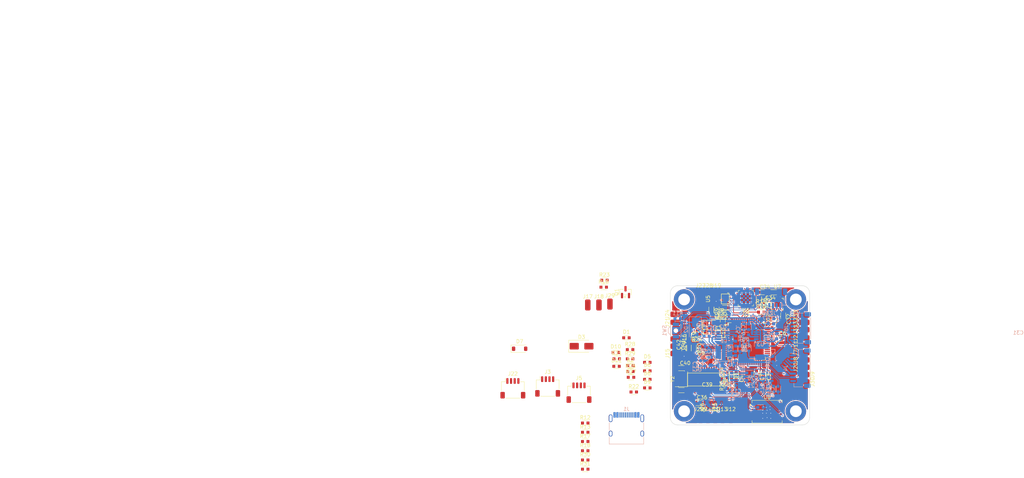
<source format=kicad_pcb>
(kicad_pcb (version 20241229) (generator "pcbnew") (generator_version "9.0")
  (layers (0 "F.Cu" signal) (4 "In1.Cu" signal) (6 "In2.Cu" signal) (2 "B.Cu" signal) (13 "F.Paste" user) (15 "B.Paste" user) (5 "F.SilkS" user "F.Silkscreen") (7 "B.SilkS" user "B.Silkscreen") (1 "F.Mask" user) (3 "B.Mask" user) (25 "Edge.Cuts" user))
  (net 0 "")
  (net 1 "BZ-")
  (net 2 "+3.3V")
  (net 3 "VBAT")
  (net 4 "Net-(U1-VCAP_2)")
  (net 5 "Net-(U1-VCAP_1)")
  (net 6 "Net-(U1-PH1)")
  (net 7 "Net-(U1-PH0)")
  (net 8 "Net-(U2-BS)")
  (net 9 "Net-(U2-LX)")
  (net 10 "Net-(U3-BS)")
  (net 11 "Net-(U3-LX)")
  (net 12 "+9V")
  (net 13 "Net-(U4-BP)")
  (net 14 "+3.3VA")
  (net 15 "Net-(U6-REGOUT)")
  (net 16 "Net-(U6-CPOUT)")
  (net 17 "+5VA")
  (net 18 "Net-(C33-Pad2)")
  (net 19 "Net-(U7-C1)")
  (net 20 "Net-(U9-CLKIN)")
  (net 21 "Net-(U9-XFB)")
  (net 22 "Net-(U9-VIN)")
  (net 23 "Net-(U9-VOUT)")
  (net 24 "Net-(D3-A)")
  (net 25 "Net-(D5-K)")
  (net 26 "Net-(D6-K)")
  (net 27 "Net-(J1-CC1)")
  (net 28 "Net-(J1-CC2)")
  (net 31 "/UART2_TX")
  (net 32 "/UART2_RX")
  (net 33 "/USART1_RX")
  (net 34 "/USART1_TX")
  (net 35 "/ESC_TLM")
  (net 36 "/CURR")
  (net 37 "/M1")
  (net 38 "/M2")
  (net 39 "/M4")
  (net 40 "/M3")
  (net 41 "/USART4_RX")
  (net 42 "/USART4_TX")
  (net 43 "Net-(U10-BP)")
  (net 44 "/USART5_TX")
  (net 45 "Net-(Q1-B)")
  (net 46 "/BOOT0")
  (net 47 "Net-(U3-EN)")
  (net 48 "Net-(U2-EN)")
  (net 49 "Net-(U2-FB)")
  (net 50 "Net-(U2-FS)")
  (net 51 "Net-(U3-FB)")
  (net 52 "Net-(U3-FS)")
  (net 53 "+5V")
  (net 54 "Net-(U9-~{RESET})")
  (net 57 "VIDEO_IN")
  (net 59 "VIDEO_OUT")
  (net 60 "/NRST")
  (net 61 "VBAT_SENSE")
  (net 63 "/SWDIO")
  (net 64 "LED_RGB")
  (net 68 "BUZZER")
  (net 72 "/USART5_RX")
  (net 73 "OSD_CS")
  (net 74 "SPI1_SCK")
  (net 75 "FLASH_CS")
  (net 76 "SPI1_MOSI")
  (net 98 "SPI1_MISO")
  (net 112 "/SWCLK")
  (net 113 "I2C1_SDA")
  (net 114 "I2C1_SCL")
  (net 115 "MPU_INT")
  (net 116 "/LED_ARM2")
  (net 117 "/LED_ARM3")
  (net 118 "USART3_RX")
  (net 119 "USART3_TX")
  (net 120 "USB_DETECT")
  (net 121 "Net-(D12-A)")
  (net 122 "Net-(U10-OUT)")
  (net 123 "Net-(D1-K)")
  (net 124 "Net-(D8-K)")
  (net 125 "Net-(D9-K)")
  (net 126 "Net-(D10-K)")
  (net 127 "Net-(D11-K)")
  (net 128 "LED_MODE")
  (net 129 "LED_SYS")
  (net 130 "LED_ERR")
  (net 131 "LED_LOG")
  (net 132 "LED_VTX")
  (net 133 "LED_RX")
  (net 134 "LED_GPS")
  (net 135 "GND")
  (net 136 "/LED_ARM4")
  (net 137 "/LED_ARM1")
  (net 138 "Net-(J1-D+-PadA6)")
  (net 139 "Net-(J1-D--PadA7)")
  (net 140 "/USB_P")
  (net 141 "/USB_N")
  (footprint "PCM_fab:LED_0603" (layer "F.Cu") (at 166.7 93.56)
    (property "Reference" "D8")
    (property "Value" "LED_0603")
  )
  (footprint "easyeda:LGA-16_L3.0-W3.0-P0.50-BL_SQ" (layer "F.Cu") (at 202.2 73)
    (property "Reference" "U7")
    (property "Value" "QMC5883L")
  )
  (footprint "PCM_fab:R_0603" (layer "F.Cu") (at 163 97)
    (property "Reference" "R22")
    (property "Value" "1kΩ")
  )
  (footprint "Connector_Wire:SolderWirePad_1x01_SMD_1.5x3mm" (layer "F.Cu") (at 183.25 104)
    (property "Reference" "BZ+1")
    (property "Value" "Conn_01x01")
  )
  (footprint "Connector_Wire:SolderWirePad_1x01_SMD_1.5x3mm" (layer "F.Cu") (at 185.25 104)
    (property "Reference" "J10")
    (property "Value" "Conn_01x01")
  )
  (footprint "MountingHole:MountingHole_3.2mm_M3_DIN965_Pad" (layer "F.Cu") (at 176.75 102.25)
    (property "Reference" "REF**" (hide yes))
    (property "Value" "MountingHole_3.2mm_M3_DIN965_Pad" (hide yes))
  )
  (footprint "Connector_Wire:SolderWirePad_1x01_SMD_1.5x3mm" (layer "F.Cu") (at 184 101.25 90)
    (property "Reference" "J26")
    (property "Value" "Conn_01x01")
  )
  (footprint "PCM_fab:C_0603" (layer "F.Cu") (at 189.749516 95.275954 90)
    (property "Reference" "C8")
    (property "Value" "100nF")
  )
  (footprint "PCM_fab:R_0603" (layer "F.Cu") (at 149.75 115.56)
    (property "Reference" "R30")
    (property "Value" "10KΩ")
  )
  (footprint "PCM_fab:C_0603" (layer "F.Cu") (at 186 80 -90)
    (property "Reference" "C10")
    (property "Value" "22pF")
  )
  (footprint "PCM_fab:C_0603" (layer "F.Cu") (at 176 96.5 180)
    (property "Reference" "C39")
    (property "Value" "22pF")
  )
  (footprint "PCM_fab:LED_0603" (layer "F.Cu") (at 166.7 91.24)
    (property "Reference" "D6")
    (property "Value" "LED_0603")
  )
  (footprint "PCM_fab:C_0603" (layer "F.Cu") (at 178 85 90)
    (property "Reference" "C41")
    (property "Value" "100nF")
  )
  (footprint "PCM_fab:C_0603" (layer "F.Cu") (at 181 79 -90)
    (property "Reference" "C11")
    (property "Value" "22pF")
  )
  (footprint "PCM_fab:R_0603" (layer "F.Cu") (at 197.8 75.2)
    (property "Reference" "R15")
    (property "Value" "4.7kΩ")
  )
  (footprint "Connector_Wire:SolderWirePad_1x01_SMD_1.5x3mm" (layer "F.Cu") (at 209.5 82.25 90)
    (property "Reference" "J2")
    (property "Value" "Conn_01x01")
  )
  (footprint "PCM_fab:R_0603" (layer "F.Cu") (at 162.1 89.8)
    (property "Reference" "R2")
    (property "Value" "1kΩ")
  )
  (footprint "MountingHole:MountingHole_3.2mm_M3_DIN965_Pad" (layer "F.Cu") (at 176.75 71.75)
    (property "Reference" "REF**" (hide yes))
    (property "Value" "MountingHole_3.2mm_M3_DIN965_Pad" (hide yes))
  )
  (footprint "Diode_SMD:D_SMA" (layer "F.Cu") (at 148.75 84.5)
    (property "Reference" "D3")
    (property "Value" "SS14")
  )
  (footprint "Connector_Wire:SolderWirePad_1x01_SMD_1.5x3mm" (layer "F.Cu") (at 209.5 88.25 90)
    (property "Reference" "J8")
    (property "Value" "Conn_01x01")
  )
  (footprint "PCM_fab:LED_0603" (layer "F.Cu") (at 161 82.2)
    (property "Reference" "D1")
    (property "Value" "LED_0603")
  )
  (footprint "PCM_fab:C_0603" (layer "F.Cu") (at 190.949516 92.475954 -90)
    (property "Reference" "C4")
    (property "Value" "100nf")
  )
  (footprint "Connector_Wire:SolderWirePad_1x01_SMD_1.5x3mm" (layer "F.Cu") (at 189.5 104)
    (property "Reference" "J12")
    (property "Value" "Conn_01x01")
  )
  (footprint "PCM_fab:LED_0603" (layer "F.Cu") (at 158.1 86.2)
    (property "Reference" "D10")
    (property "Value" "LED_0603")
  )
  (footprint "PCM_fab:R_0603" (layer "F.Cu") (at 155 66.5)
    (property "Reference" "R23")
    (property "Value" "10kΩ")
  )
  (footprint "Connector_Wire:SolderWirePad_1x01_SMD_1.5x3mm" (layer "F.Cu") (at 209.5 80 90)
    (property "Reference" "J31")
    (property "Value" "Conn_01x01")
  )
  (footprint "PCM_fab:C_0603" (layer "F.Cu") (at 180.75 100)
    (property "Reference" "C36")
    (property "Value" "100nF")
  )
  (footprint "Connector_Wire:SolderWirePad_1x01_SMD_1.5x3mm" (layer "F.Cu") (at 174.5 78 90)
    (property "Reference" "J21")
    (property "Value" "Conn_01x01")
  )
  (footprint "PCM_fab:C_0603" (layer "F.Cu") (at 203.8 76.2 -90)
    (property "Reference" "C32")
    (property "Value" "100nF")
  )
  (footprint "Diode_SMD:D_SOD-123" (layer "F.Cu") (at 131.85 85.2)
    (property "Reference" "D7")
    (property "Value" "1N4148")
  )
  (footprint "Connector_Wire:SolderWirePad_1x01_SMD_1.5x3mm" (layer "F.Cu") (at 183.25 70.25)
    (property "Reference" "J28")
    (property "Value" "Conn_01x01")
  )
  (footprint "Crystal:Crystal_SMD_3225-4Pin_3.2x2.5mm" (layer "F.Cu") (at 176 93.5 90)
    (property "Reference" "Y2")
    (property "Value" "27Mhz")
  )
  (footprint "PCM_fab:R_0603" (layer "F.Cu") (at 149.75 110.52)
    (property "Reference" "R17")
    (property "Value" "5.1kΩ")
  )
  (footprint "PCM_fab:C_0603" (layer "F.Cu") (at 185.6 74.6 -90)
    (property "Reference" "C28")
    (property "Value" "100nF")
  )
  (footprint "Connector_Wire:SolderWirePad_1x01_SMD_1.5x3mm" (layer "F.Cu") (at 187.5 101.25 90)
    (property "Reference" "J25")
    (property "Value" "Conn_01x01")
  )
  (footprint "Package_QFP:LQFP-64_10x10mm_P0.5mm" (layer "F.Cu") (at 193.8 83.2)
    (property "Reference" "U1")
    (property "Value" "STM32F405RGTx")
  )
  (footprint "PCM_fab:R_0603" (layer "F.Cu") (at 162.25 93)
    (property "Reference" "R27")
    (property "Value" "1kΩ")
  )
  (footprint "PCM_fab:R_0603" (layer "F.Cu") (at 149.75 118.08)
    (property "Reference" "R31")
    (property "Value" "100KΩ")
  )
  (footprint "PCM_fab:R_0603" (layer "F.Cu") (at 189.699908 92.5 -90)
    (property "Reference" "R1")
    (property "Value" "10k")
  )
  (footprint "Connector_Wire:SolderWirePad_1x01_SMD_1.5x3mm" (layer "F.Cu") (at 209.5 76 90)
    (property "Reference" "J33")
    (property "Value" "Conn_01x01")
  )
  (footprint "Package_SON:WSON-8-1EP_8x6mm_P1.27mm_EP3.4x4.3mm" (layer "F.Cu") (at 199.4 102.4)
    (property "Reference" "U8")
    (property "Value" "W25Q128JVE")
  )
  (footprint "PCM_fab:R_0603" (layer "F.Cu") (at 180.258983 81.230106 180)
    (property "Reference" "R24")
    (property "Value" "10kΩ")
  )
  (footprint "MountingHole:MountingHole_3.2mm_M3_DIN965_Pad" (layer "F.Cu") (at 207.25 71.75)
    (property "Reference" "REF**" (hide yes))
    (property "Value" "MountingHole_3.2mm_M3_DIN965_Pad" (hide yes))
  )
  (footprint "PCM_fab:R_0603" (layer "F.Cu") (at 197.8 73.8)
    (property "Reference" "R14")
    (property "Value" "4.7kΩ")
  )
  (footprint "Connector_Wire:SolderWirePad_1x01_SMD_1.5x3mm" (layer "F.Cu") (at 209.5 86.25 90)
    (property "Reference" "J7")
    (property "Value" "Conn_01x01")
  )
  (footprint "Connector_Wire:SolderWirePad_1x01_SMD_1.5x3mm" (layer "F.Cu") (at 156.5 73)
    (property "Reference" "J29")
    (property "Value" "Conn_01x01")
  )
  (footprint "Connector_Wire:SolderWirePad_1x01_SMD_1.5x3mm" (layer "F.Cu") (at 153.5 73.25)
    (property "Reference" "J18")
    (property "Value" "Conn_01x01")
  )
  (footprint "PCM_fab:C_0603" (layer "F.Cu") (at 176.8 85 90)
    (property "Reference" "C42")
    (property "Value" "47uF")
  )
  (footprint "PCM_fab:R_0603" (layer "F.Cu") (at 149.75 105.48)
    (property "Reference" "R12")
    (property "Value" "5.1kΩ")
  )
  (footprint "Connector_Wire:SolderWirePad_1x01_SMD_1.5x3mm" (layer "F.Cu") (at 150.45 73.25)
    (property "Reference" "J17")
    (property "Value" "Conn_01x01")
  )
  (footprint "PCM_fab:R_0603" (layer "F.Cu") (at 161.995 87.955)
    (property "Reference" "R29")
    (property "Value" "1kΩ")
  )
  (footprint "Connector_Wire:SolderWirePad_1x01_SMD_1.5x3mm" (layer "F.Cu") (at 181.25 70.25)
    (property "Reference" "J27")
    (property "Value" "Conn_01x01")
  )
  (footprint "PCM_fab:R_0603" (layer "F.Cu") (at 154.795 68.395)
    (property "Reference" "R16")
    (property "Value" "1kΩ")
  )
  (footprint "Connector_Wire:SolderWirePad_1x01_SMD_1.5x3mm" (layer "F.Cu") (at 209.5 90.25 90)
    (property "Reference" "J20")
    (property "Value" "Conn_01x01")
  )
  (footprint "PCM_fab:R_0603" (layer "F.Cu") (at 161.995 85.435)
    (property "Reference" "R28")
    (property "Value" "1kΩ")
  )
  (footprint "Connector_Wire:SolderWirePad_1x01_SMD_1.5x3mm" (layer "F.Cu") (at 181.25 104)
    (property "Reference" "J299")
    (property "Value" "Conn_01x01")
  )
  (footprint "PCM_fab:LED_0603" (layer "F.Cu") (at 166.7 88.92)
    (property "Reference" "D5")
    (property "Value" "LED_0603")
  )
  (footprint "PCM_fab:C_0603" (layer "F.Cu") (at 198.4 92 -90)
    (property "Reference" "C3")
    (property "Value" "100nf")
  )
  (footprint "Connector_Wire:SolderWirePad_1x01_SMD_1.5x3mm" (layer "F.Cu") (at 209.5 92.25 -90)
    (property "Reference" "J9")
    (property "Value" "Conn_01x01")
  )
  (footprint "PCM_fab:C_0603" (layer "F.Cu") (at 176 90.5)
    (property "Reference" "C40")
    (property "Value" "22pF")
  )
  (footprint "PCM_fab:R_0603" (layer "F.Cu") (at 158.345 87.955)
    (property "Reference" "R21")
    (property "Value" "1kΩ")
  )
  (footprint "PCM_fab:C_0603" (layer "F.Cu") (at 188.5 92.525954 90)
    (property "Reference" "C44")
    (property "Value" "100nF")
  )
  (footprint "Connector_Wire:SolderWirePad_1x01_SMD_1.5x3mm" (layer "F.Cu") (at 174.5 84.5 -90)
    (property "Reference" "J14")
    (property "Value" "Conn_01x01")
  )
  (footprint "PCM_fab:R_0603" (layer "F.Cu") (at 188.542187 95.286606 90)
    (property "Reference" "R25")
    (property "Value" "1kΩ")
  )
  (footprint "Package_DFN_QFN:QFN-24-1EP_4x4mm_P0.5mm_EP2.6x2.6mm_ThermalVias" (layer "F.Cu") (at 193.6 71.4 180)
    (property "Reference" "U6")
    (property "Value" "MPU-6050")
  )
  (footprint "MountingHole:MountingHole_3.2mm_M3_DIN965_Pad" (layer "F.Cu") (at 207.25 102.25)
    (property "Reference" "REF**" (hide yes))
    (property "Value" "MountingHole_3.2mm_M3_DIN965_Pad" (hide yes))
  )
  (footprint "Connector_JST:JST_SH_SM04B-SRSS-TB_1x04-1MP_P1.00mm_Horizontal" (layer "F.Cu") (at 130 96)
    (property "Reference" "J22")
    (property "Value" "ELRS")
  )
  (footprint "Crystal:Crystal_SMD_3225-4Pin_3.2x2.5mm" (layer "F.Cu") (at 183.6 79.5 -90)
    (property "Reference" "Y1")
    (property "Value" "8Mhz")
  )
  (footprint "PCM_fab:C_0603" (layer "F.Cu") (at 201.2 69.8 180)
    (property "Reference" "C34")
    (property "Value" "220nF")
  )
  (footprint "PCM_fab:R_0603" (layer "F.Cu") (at 149.75 108)
    (property "Reference" "R13")
    (property "Value" "5.1kΩ")
  )
  (footprint "PCM_fab:C_0603" (layer "F.Cu") (at 198.6 71.8 -90)
    (property "Reference" "C27")
    (property "Value" "100nF")
  )
  (footprint "PCM_fab:C_0603" (layer "F.Cu") (at 188 74 180)
    (property "Reference" "C25")
    (property "Value" "2.2nF")
  )
  (footprint "PCM_fab:R_0603" (layer "F.Cu") (at 179.4 85 -90)
    (property "Reference" "R20")
    (property "Value" "10KΩ")
  )
  (footprint "Connector_Wire:SolderWirePad_1x01_SMD_1.5x3mm" (layer "F.Cu") (at 185.5 70.25)
    (property "Reference" "J19")
    (property "Value" "Conn_01x01")
  )
  (footprint "PCM_fab:C_0603" (layer "F.Cu") (at 188 75.2 180)
    (property "Reference" "C12")
    (property "Value" "100nf")
  )
  (footprint "PCM_fab:C_0603" (layer "F.Cu") (at 197.2 71.8 -90)
    (property "Reference" "C26")
    (property "Value" "100nF")
  )
  (footprint "Connector_Wire:SolderWirePad_1x01_SMD_1.5x3mm" (layer "F.Cu") (at 187.25 104)
    (property "Reference" "J13")
    (property "Value" "Conn_01x01")
  )
  (footprint "PCM_fab:LED_0603" (layer "F.Cu") (at 166.7 95.88)
    (property "Reference" "D9")
    (property "Value" "LED_0603")
  )
  (footprint "Connector_Wire:SolderWirePad_1x01_SMD_1.5x3mm" (layer "F.Cu") (at 174.5 82.5 -90)
    (property "Reference" "J16")
    (property "Value" "Conn_01x01")
  )
  (footprint "PCM_fab:LED_0603" (layer "F.Cu") (at 158.3 90)
    (property "Reference" "D11")
    (property "Value" "LED_0603")
  )
  (footprint "PCM_fab:R_0603" (layer "F.Cu") (at 149.75 113.04)
    (property "Reference" "R18")
    (property "Value" "5.1kΩ")
  )
  (footprint "PCM_fab:C_0603" (layer "F.Cu") (at 196.5 92 -90)
    (property "Reference" "C7")
    (property "Value" "2.2uF")
  )
  (footprint "PCM_fab:C_0603" (layer "F.Cu") (at 201.2 77.6 90)
    (property "Reference" "C2")
    (property "Value" "100nf")
  )
  (footprint "Connector_Wire:SolderWirePad_1x01_SMD_1.5x3mm" (layer "F.Cu") (at 209.5 84.25 90)
    (property "Reference" "J11")
    (property "Value" "Conn_01x01")
  )
  (footprint "PCM_fab:C_0603" (layer "F.Cu") (at 202.75 82.5)
    (property "Reference" "C6")
    (property "Value" "2.2uF")
  )
  (footprint "PCM_fab:R_0603" (layer "F.Cu") (at 162.1 91.4)
    (property "Reference" "R26")
    (property "Value" "1kΩ")
  )
  (footprint "Connector_Wire:SolderWirePad_1x01_SMD_1.5x3mm" (layer "F.Cu") (at 209.5 94.25 -90)
    (property "Reference" "J30")
    (property "Value" "Conn_01x01")
  )
  (footprint "Connector_JST:JST_SH_SM04B-SRSS-TB_1x04-1MP_P1.00mm_Horizontal" (layer "F.Cu") (at 139.5 95.5)
    (property "Reference" "J3")
    (property "Value" "上位机")
  )
  (footprint "Connector_Wire:SolderWirePad_1x01_SMD_1.5x3mm" (layer "F.Cu") (at 174.5 75.8 90)
    (property "Reference" "J24")
    (property "Value" "Conn_01x01")
  )
  (footprint "Connector_Wire:SolderWirePad_1x01_SMD_1.5x3mm" (layer "F.Cu") (at 209.5 78 90)
    (property "Reference" "J32")
    (property "Value" "Conn_01x01")
  )
  (footprint "Connector_JST:JST_SH_SM04B-SRSS-TB_1x04-1MP_P1.00mm_Horizontal" (layer "F.Cu") (at 148.05 97.2)
    (property "Reference" "J5")
    (property "Value" "光流")
  )
  (footprint "PCM_fab:C_0603" (layer "F.Cu") (at 184.2 74.6 -90)
    (property "Reference" "C29")
    (property "Value" "100nF")
  )
  (footprint "Connector_Wire:SolderWirePad_1x01_SMD_1.5x3mm" (layer "F.Cu") (at 174.5 86.5 90)
    (property "Reference" "J15")
    (property "Value" "Conn_01x01")
  )
  (footprint "Package_TO_SOT_SMD:SOT-23" (layer "F.Cu") (at 160.75 69.75 90)
    (property "Reference" "Q1")
    (property "Value" "SS8050")
  )
  (footprint "PCM_fab:C_0603" (layer "F.Cu") (at 187.29877 77.140142 90)
    (property "Reference" "C1")
    (property "Value" "100nf")
  )
  (footprint "easyeda:SENSOR-SMD_SPL06-001" (layer "F.Cu") (at 188 71.6 90)
    (property "Reference" "U5")
    (property "Value" "SPL06-001")
  )
  (footprint "PCM_fab:C_0603" (layer "F.Cu") (at 197.894693 69.776567)
    (property "Reference" "C24")
    (property "Value" "100nF")
  )
  (footprint "PCM_fab:R_0603" (layer "F.Cu") (at 178 82 -90)
    (property "Reference" "R19")
    (property "Value" "75Ω")
  )
  (footprint "easyeda:TSSOP-28_L9.7-W4.4-P0.65-LS6.4-BL-EP-2" (layer "F.Cu") (at 182.6 93.6)
    (property "Reference" "U9")
    (property "Value" "AT7456E")
  )
  (footprint "Inductor_SMD:L_0805_2012Metric_Pad1.05x1.20mm_HandSolder" (layer "B.Cu") (at 199.611834 96.69166 -90)
    (property "Reference" "L5")
    (property "Value" "300R/1A")
  )
  (footprint "Package_TO_SOT_SMD:SOT-23-5" (layer "B.Cu") (at 199.35 93)
    (property "Reference" "U10")
    (property "Value" "RT9193-33")
  )
  (footprint "PCM_fab:C_0603" (layer "B.Cu") (at 193 79.2 -90)
    (property "Reference" "C5")
    (property "Value" "22uF")
  )
  (footprint "Diode_SMD:D_SOD-123" (layer "B.Cu") (at 187.6 89.6)
    (property "Reference" "D12")
    (property "Value" "SS34")
  )
  (footprint "PCM_fab:R_0603" (layer "B.Cu") (at 193.6 83)
    (property "Reference" "R10")
    (property "Value" "15kΩ")
  )
  (footprint "PCM_fab:R_0603" (layer "B.Cu") (at 190.8 85.2 -90)
    (property "Reference" "R7")
    (property "Value" "110k")
  )
  (footprint "PCM_fab:C_0603" (layer "B.Cu") (at 190 95.2)
    (property "Reference" "C19")
    (property "Value" "10uF")
  )
  (footprint "Connector_JST:JST_SH_SM08B-SRSS-TB_1x08-1MP_P1.00mm_Horizontal" (layer "B.Cu") (at 208.5 90.5 -90)
    (property "Reference" "J4")
    (property "Value" "4-in-1 ESC")
  )
  (footprint "Inductor_SMD:L_0805_2012Metric_Pad1.05x1.20mm_HandSolder" (layer "B.Cu") (at 184 88.6 90)
    (property "Reference" "L4")
    (property "Value" "600R/2A")
  )
  (footprint "PCM_fab:C_0603" (layer "B.Cu") (at 201 88 -90)
    (property "Reference" "C18")
    (property "Value" "22uF")
  )
  (footprint "Connector_JST:JST_SH_SM06B-SRSS-TB_1x06-1MP_P1.00mm_Horizontal" (layer "B.Cu") (at 208.6 79.6 -90)
    (property "Reference" "J6")
    (property "Value" "VTX")
  )
  (footprint "PCM_fab:C_0603" (layer "B.Cu") (at 197.6 101.2)
    (property "Reference" "C31")
    (property "Value" "100nF")
  )
  (footprint "Diode_SMD:D_SMA" (layer "B.Cu") (at 179.8 80 -90)
    (property "Reference" "D2")
    (property "Value" "SMAJ33A")
  )
  (footprint "Package_TO_SOT_SMD:SOT-23-5" (layer "B.Cu") (at 188.8 92.8)
    (property "Reference" "U4")
    (property "Value" "RT9193-33")
  )
  (footprint "PCM_fab:C_0603" (layer "B.Cu") (at 181.75 86.1)
    (property "Reference" "C38")
    (property "Value" "100nF")
  )
  (footprint "PCM_fab:C_0603" (layer "B.Cu") (at 190 96.4)
    (property "Reference" "C43")
    (property "Value" "10uF")
  )
  (footprint "PCM_fab:C_0603" (layer "B.Cu") (at 190.8 87.8 -90)
    (property "Reference" "C15")
    (property "Value" "22uF")
  )
  (footprint "PCM_fab:C_0603" (layer "B.Cu") (at 194.4 79.2 -90)
    (property "Reference" "C16")
    (property "Value" "100nf")
  )
  (footprint "PCM_fab:C_0603" (layer "B.Cu") (at 201.2 96.2 -90)
    (property "Reference" "C46")
    (property "Value" "22uF")
  )
  (footprint "PCM_fab:R_0603" (layer "B.Cu") (at 190.8 82.4 90)
    (property "Reference" "R6")
    (property "Value" "200kΩ")
  )
  (footprint "PCM_fab:R_0603" (layer "B.Cu") (at 193.6 81.4)
    (property "Reference" "R9")
    (property "Value" "100kΩ")
  )
  (footprint "PCM_fab:R_0603" (layer "B.Cu") (at 202 81.75 -90)
    (property "Reference" "R3")
    (property "Value" "10k")
  )
  (footprint "PCM_fab:C_0603" (layer "B.Cu") (at 182.2 78.2 -90)
    (property "Reference" "C9")
    (property "Value" "22uF")
  )
  (footprint "PCM_fab:C_0603" (layer "B.Cu") (at 181.2 89.2 -90)
    (property "Reference" "C33")
    (property "Value" "100nF")
  )
  (footprint "PCM_fab:R_0603" (layer "B.Cu") (at 175 77 180)
    (property "Reference" "R11")
    (property "Value" "10k")
  )
  (footprint "Button_Switch_SMD:SW_SPST_B3U-3000P-B" (layer "B.Cu") (at 174.5 80.25 -90)
    (property "Reference" "SW1")
    (property "Value" "SW_SPST")
  )
  (footprint "PCM_fab:C_0603" (layer "B.Cu") (at 200.6 81.75 -90)
    (property "Reference" "C17")
    (property "Value" "100nf")
  )
  (footprint "PCM_fab:C_0603" (layer "B.Cu") (at 200.45 77 180)
    (property "Reference" "C48")
    (property "Value" "1uF")
  )
  (footprint "PCM_fab:C_0603" (layer "B.Cu") (at 194.6 93.8)
    (property "Reference" "C21")
    (property "Value" "22uF")
  )
  (footprint "PCM_fab:R_0603" (layer "B.Cu") (at 194.4 85.05 -90)
    (property "Reference" "R8")
    (property "Value" "210kΩ")
  )
  (footprint "Inductor_SMD:L_Bourns-SRN4018" (layer "B.Cu") (at 198 86 -90)
    (property "Reference" "L2")
    (property "Value" "4.7uH")
  )
  (footprint "PCM_fab:C_0603" (layer "B.Cu") (at 194.6 91.8)
    (property "Reference" "C20")
    (property "Value" "22nF")
  )
  (footprint "PCM_fab:C_0603" (layer "B.Cu") (at 182.2 81 90)
    (property "Reference" "C13")
    (property "Value" "100nf")
  )
  (footprint "PCM_fab:C_0603" (layer "B.Cu") (at 181.75 84.5)
    (property "Reference" "C37")
    (property "Value" "100nF")
  )
  (footprint "Package_TO_SOT_SMD:TSOT-23-8" (layer "B.Cu") (at 197.6 81.6)
    (property "Reference" "U3")
    (property "Value" "SY8303AIC")
  )
  (footprint "PCM_fab:R_0603" (layer "B.Cu") (at 183.6 78.2 -90)
    (property "Reference" "R4")
    (property "Value" "10k")
  )
  (footprint "Connector_JST:JST_SH_SM06B-SRSS-TB_1x06-1MP_P1.00mm_Horizontal" (layer "B.Cu") (at 200.5 71.5)
    (property "Reference" "J23")
    (property "Value" "GPS")
  )
  (footprint "PCM_fab:C_0603" (layer "B.Cu") (at 182.4 89.2 -90)
    (property "Reference" "C35")
    (property "Value" "47uF")
  )
  (footprint "PCM_fab:C_0603" (layer "B.Cu") (at 183.6 81 90)
    (property "Reference" "C14")
    (property "Value" "100nf")
  )
  (footprint "PCM_fab:C_0603" (layer "B.Cu") (at 200.45 78.4 180)
    (property "Reference" "C47")
    (property "Value" "100nF")
  )
  (footprint "Inductor_SMD:L_Bourns-SRN4018" (layer "B.Cu") (at 187.6 86.2)
    (property "Reference" "L1")
    (property "Value" "6.8uH")
  )
  (footprint "Package_TO_SOT_SMD:TSOT-23-8" (layer "B.Cu") (at 187.4 81.6 180)
    (property "Reference" "U2")
    (property "Value" "SY8303AIC")
  )
  (footprint "PCM_fab:R_0603" (layer "B.Cu") (at 192 85.2 90)
    (property "Reference" "R5")
    (property "Value" "15kΩ")
  )
  (footprint "Connector_USB:USB_C_Receptacle_HRO_TYPE-C-31-M-12" (layer "B.Cu") (at 161 107.31 180)
    (property "Reference" "J1")
    (property "Value" "USB_C_Receptacle_USB2.0_16P")
  )
  (footprint "PCM_fab:C_0603" (layer "B.Cu") (at 202.4 96.2 -90)
    (property "Reference" "C45")
    (property "Value" "22nF")
  )
  (gr_arc (start 173 70) (mid 173.585786 68.585786) (end 175 68) (stroke (width 0.1)) (layer "Edge.Cuts"))
  (gr_line (start 211 70) (end 211 104) (stroke (width 0.1)) (layer "Edge.Cuts"))
  (gr_line (start 209 106) (end 175 106) (stroke (width 0.1)) (layer "Edge.Cuts"))
  (gr_line (start 173 104) (end 173 70) (stroke (width 0.1)) (layer "Edge.Cuts"))
  (gr_arc (start 211 104) (mid 210.414214 105.414214) (end 209 106) (stroke (width 0.1)) (layer "Edge.Cuts"))
  (gr_arc (start 175 106) (mid 173.585786 105.414214) (end 173 104) (stroke (width 0.1)) (layer "Edge.Cuts"))
  (gr_arc (start 209 68) (mid 210.414214 68.585786) (end 211 70) (stroke (width 0.1)) (layer "Edge.Cuts"))
  (gr_line (start 175 68) (end 209 68) (stroke (width 0.1)) (layer "Edge.Cuts"))
  (segment (start 187.890142 77.890142) (end 188.5 78.5) (width 0.3) (layer "F.Cu") (net 2))
  (segment (start 191.05 88.875) (end 191.05 90.5) (width 0.2) (layer "F.Cu") (net 2))
  (segment (start 197.55 90) (end 197.55 90.4) (width 0.3) (layer "F.Cu") (net 2))
  (segment (start 191.05 91.62547) (end 190.949516 91.725954) (width 0.2) (layer "F.Cu") (net 2))
  (segment (start 191.05 90.5) (end 191.05 91.62547) (width 0.2) (layer "F.Cu") (net 2))
  (segment (start 188.5 77) (end 188.5 78.5) (width 0.3) (layer "F.Cu") (net 2))
  (segment (start 200.4625 78.4625) (end 200.575 78.35) (width 0.2) (layer "F.Cu") (net 2))
  (segment (start 189.699908 91.75) (end 190.92547 91.75) (width 0.2) (layer "F.Cu") (net 2))
  (segment (start 188.75 75.2) (end 188.75 76.225) (width 0.3) (layer "F.Cu") (net 2))
  (segment (start 203.15 100.495) (end 203.15 99.65) (width 0.2) (layer "F.Cu") (net 2))
  (segment (start 183.551 76.051) (end 185.459628 76.051) (width 0.2) (layer "F.Cu") (net 2))
  (segment (start 185.459628 76.051) (end 187.29877 77.890142) (width 0.2) (layer "F.Cu") (net 2))
  (segment (start 188.5 78.5) (end 188.5 79.075) (width 0.3) (layer "F.Cu") (net 2))
  (segment (start 188.5 79.075) (end 188.125 79.45) (width 0.3) (layer "F.Cu") (net 2))
  (segment (start 191.05 90.5) (end 191.145004 90.595004) (width 0.2) (layer "F.Cu") (net 2))
  (segment (start 200 78) (end 198.5 78) (width 0.2) (layer "F.Cu") (net 2))
  (segment (start 197.55 88.875) (end 197.55 90) (width 0.3) (layer "F.Cu") (net 2))
  (segment (start 197.55 90) (end 197.55 91.325) (width 0.3) (layer "F.Cu") (net 2))
  (segment (start 200.575 78.35) (end 201.2 78.35) (width 0.2) (layer "F.Cu") (net 2))
  (segment (start 187.29877 77.890142) (end 187.890142 77.890142) (width 0.3) (layer "F.Cu") (net 2))
  (segment (start 190.92547 91.75) (end 190.949516 91.725954) (width 0.2) (layer "F.Cu") (net 2))
  (segment (start 203.15 100.495) (end 203.15 101.765) (width 0.6) (layer "F.Cu") (net 2))
  (segment (start 197.55 90.4) (end 198.4 91.25) (width 0.3) (layer "F.Cu") (net 2))
  (segment (start 203.15 99.65) (end 203 99.5) (width 0.2) (layer "F.Cu") (net 2))
  (segment (start 188.75 76.225) (end 189.0125 76.4875) (width 0.3) (layer "F.Cu") (net 2))
  (segment (start 200.4625 78.4625) (end 200 78) (width 0.2) (layer "F.Cu") (net 2))
  (segment (start 199.475 79.45) (end 200.4625 78.4625) (width 0.2) (layer "F.Cu") (net 2))
  (segment (start 189.0125 76.4875) (end 188.5 77) (width 0.3) (layer "F.Cu") (net 2))
  (segment (start 183.26219 75.76219) (end 183.551 76.051) (width 0.2) (layer "F.Cu") (net 2))
  (segment (start 189.0125 76.4875) (end 190.05 77.525) (width 0.3) (layer "F.Cu") (net 2))
  (segment (start 183.26219 75.378101) (end 183.26219 75.76219) (width 0.2) (layer "F.Cu") (net 2))
  (via (at 197.55 91.325) (size 0.45) (drill 0.2) (layers "F.Cu" "B.Cu") (net 2))
  (via (at 188.5 78.5) (size 0.45) (drill 0.2) (layers "F.Cu" "B.Cu") (net 2))
  (via (at 191.145004 90.595004) (size 0.45) (drill 0.2) (layers "F.Cu" "B.Cu") (net 2))
  (via (at 195 101) (size 0.45) (drill 0.2) (layers "F.Cu" "B.Cu") (net 2))
  (via (at 198.5 78) (size 0.25) (drill 0.2) (layers "F.Cu" "B.Cu") (net 2))
  (via (at 203 99.5) (size 0.45) (drill 0.2) (layers "F.Cu" "B.Cu") (net 2))
  (via (at 194 95) (size 0.45) (drill 0.2) (layers "F.Cu" "B.Cu") (net 2))
  (via (at 191.8 93.75) (size 0.45) (drill 0.2) (layers "F.Cu" "B.Cu") (net 2))
  (via (at 183.26219 75.378101) (size 0.45) (drill 0.2) (layers "F.Cu" "B.Cu") (net 2))
  (segment (start 193.85 94.85) (end 194 95) (width 0.4) (layer "B.Cu") (net 2))
  (segment (start 191.8 93.75) (end 189.9375 93.75) (width 0.4) (layer "B.Cu") (net 2))
  (segment (start 193.85 93.8) (end 193.85 94.85) (width 0.4) (layer "B.Cu") (net 2))
  (segment (start 176.849 79.601) (end 176.849 77.771768) (width 0.2) (layer "B.Cu") (net 2))
  (segment (start 195.2 101.2) (end 195 101) (width 0.2) (layer "B.Cu") (net 2))
  (segment (start 196.85 101.2) (end 195.2 101.2) (width 0.2) (layer "B.Cu") (net 2))
  (segment (start 176.849 77.771768) (end 179.242667 75.378101) (width 0.2) (layer "B.Cu") (net 2))
  (segment (start 193.85 93.8) (end 194 93.95) (width 0.5) (layer "B.Cu") (net 2))
  (segment (start 193.8 93.75) (end 193.85 93.8) (width 0.4) (layer "B.Cu") (net 2))
  (segment (start 191.8 93.75) (end 193.8 93.75) (width 0.4) (layer "B.Cu") (net 2))
  (segment (start 174.5 81.95) (end 176.849 79.601) (width 0.2) (layer "B.Cu") (net 2))
  (segment (start 179.242667 75.378101) (end 183.26219 75.378101) (width 0.2) (layer "B.Cu") (net 2))
  (segment (start 177.4 78) (end 175.2 78) (width 0.5) (layer "F.Cu") (net 3))
  (segment (start 204.5 81) (end 202.8 81) (width 0.4) (layer "F.Cu") (net 3))
  (segment (start 205 81.5) (end 204.5 81) (width 0.4) (layer "F.Cu") (net 3))
  (segment (start 179.508983 81.230106) (end 179.508983 80.008983) (width 0.2) (layer "F.Cu") (net 3))
  (segment (start 179.508983 80.008983) (end 179.5 80) (width 0.2) (layer "F.Cu") (net 3))
  (via (at 202.8 81) (size 0.45) (drill 0.2) (layers "F.Cu" "B.Cu") (net 3))
  (via (at 205 81.5) (size 0.45) (drill 0.2) (layers "F.Cu" "B.Cu") (net 3))
  (via (at 201.5 79.5) (size 0.45) (drill 0.2) (layers "F.Cu" "B.Cu") (net 3))
  (via (at 177.4 78) (size 0.45) (drill 0.2) (layers "F.Cu" "B.Cu") (net 3))
  (via (at 179.5 80) (size 0.45) (drill 0.2) (layers "F.Cu" "B.Cu") (net 3))
  (via (at 185.025 82.6) (size 0.45) (drill 0.2) (layers "F.Cu" "B.Cu") (net 3))
  (segment (start 179.8 78) (end 181.2 76.6) (width 0.4) (layer "B.Cu") (net 3))
  (segment (start 202 81) (end 202.8 81) (width 0.4) (layer "B.Cu") (net 3))
  (segment (start 185.2 82.6) (end 185.225 82.575) (width 0.4) (layer "B.Cu") (net 3))
  (segment (start 182.2 77.45) (end 180.35 77.45) (width 0.4) (layer "B.Cu") (net 3))
  (segment (start 183.2 76) (end 180.4 76) (width 0.4) (layer "B.Cu") (net 3))
  (segment (start 179.8 76.6) (end 179.8 78) (width 0.4) (layer "B.Cu") (net 3))
  (segment (start 207.058388 88) (end 207.676 87.382388) (width 0.4) (layer "B.Cu") (net 3))
  (segment (start 180.35 77.45) (end 179.8 78) (width 0.4) (layer "B.Cu") (net 3))
  (segment (start 205 83) (end 205 81.5) (width 0.4) (layer "B.Cu") (net 3))
  (segment (start 177.4 78) (end 179.8 78) (width 0.5) (layer "B.Cu") (net 3))
  (segment (start 207.676 85.676) (end 205 83) (width 0.4) (layer "B.Cu") (net 3))
  (segment (start 198.7375 80.625) (end 195.5625 77.45) (width 0.4) (layer "B.Cu") (net 3))
  (segment (start 185.025 82.6) (end 185.2 82.6) (width 0.4) (layer "B.Cu") (net 3))
  (segment (start 206.5 88) (end 207.058388 88) (width 0.4) (layer "B.Cu") (net 3))
  (segment (start 185.225 82.575) (end 186.2625 82.575) (width 0.4) (layer "B.Cu") (net 3))
  (segment (start 198.6 79.6) (end 195.8 76.8) (width 0.4) (layer "B.Cu") (net 3))
  (segment (start 182.12758 81.75) (end 182.2 81.75) (width 0.4) (layer "B.Cu") (net 3))
  (segment (start 181.2 76.6) (end 182.75 76.6) (width 0.4) (layer "B.Cu") (net 3))
  (segment (start 194.4 78.45) (end 194.4 77.45) (width 0.4) (layer "B.Cu") (net 3))
  (segment (start 179.8 79.42242) (end 182.12758 81.75) (width 0.4) (layer "B.Cu") (net 3))
  (segment (start 180.4 76) (end 179.8 76.6) (width 0.4) (layer "B.Cu") (net 3))
  (segment (start 195.8 76.8) (end 184 76.8) (width 0.4) (layer "B.Cu") (net 3))
  (segment (start 194.4 78.45) (end 193 78.45) (width 0.4) (layer "B.Cu") (net 3))
  (segment (start 195.5625 77.45) (end 194.4 77.45) (width 0.4) (layer "B.Cu") (net 3))
  (segment (start 198.6 79.6) (end 201.4 79.6) (width 0.4) (layer "B.Cu") (net 3))
  (segment (start 183.6 77.45) (end 182.2 77.45) (width 0.4) (layer "B.Cu") (net 3))
  (segment (start 184 76.8) (end 183.2 76) (width 0.4) (layer "B.Cu") (net 3))
  (segment (start 182.75 76.6) (end 183.6 77.45) (width 0.4) (layer "B.Cu") (net 3))
  (segment (start 179.8 78) (end 179.8 79.42242) (width 0.4) (layer "B.Cu") (net 3))
  (segment (start 207.676 87.382388) (end 207.676 85.676) (width 0.4) (layer "B.Cu") (net 3))
  (segment (start 201.4 79.6) (end 201.5 79.5) (width 0.4) (layer "B.Cu") (net 3))
  (segment (start 202 81.700001) (end 200.249999 79.95) (width 0.15) (layer "F.Cu") (net 4))
  (segment (start 200.249999 79.95) (end 199.475 79.95) (width 0.15) (layer "F.Cu") (net 4))
  (segment (start 202 82.5) (end 202 81.700001) (width 0.15) (layer "F.Cu") (net 4))
  (segment (start 197.05 90.7) (end 197.05 88.875) (width 0.15) (layer "F.Cu") (net 5))
  (segment (start 196.5 91.25) (end 197.05 90.7) (width 0.15) (layer "F.Cu") (net 5))
  (segment (start 184.45 80.6) (end 185.8 81.95) (width 0.3) (layer "F.Cu") (net 6))
  (segment (start 185.8 81.95) (end 188.125 81.95) (width 0.3) (layer "F.Cu") (net 6))
  (segment (start 185.8 79.25) (end 184.45 80.6) (width 0.3) (layer "F.Cu") (net 6))
  (segment (start 186 79.25) (end 185.8 79.25) (width 0.3) (layer "F.Cu") (net 6))
  (segment (start 185.349 77.349) (end 186.999 78.999) (width 0.3) (layer "F.Cu") (net 7))
  (segment (start 181 78.25) (end 182.6 78.25) (width 0.3) (layer "F.Cu") (net 7))
  (segment (start 182.75 78.4) (end 183.801 77.349) (width 0.3) (layer "F.Cu") (net 7))
  (segment (start 186.999 81.132824) (end 187.316176 81.45) (width 0.3) (layer "F.Cu") (net 7))
  (segment (start 186.999 78.999) (end 186.999 81.132824) (width 0.3) (layer "F.Cu") (net 7))
  (segment (start 187.316176 81.45) (end 188.125 81.45) (width 0.3) (layer "F.Cu") (net 7))
  (segment (start 182.6 78.25) (end 182.75 78.4) (width 0.3) (layer "F.Cu") (net 7))
  (segment (start 183.801 77.349) (end 185.349 77.349) (width 0.3) (layer "F.Cu") (net 7))
  (segment (start 184.625 81.275) (end 186.2625 81.275) (width 0.4) (layer "B.Cu") (net 8))
  (segment (start 183.6 80.25) (end 184.625 81.275) (width 0.4) (layer "B.Cu") (net 8))
  (segment (start 186.075 84.875) (end 186.075 86.2) (width 0.4) (layer "B.Cu") (net 9))
  (segment (start 186.2625 81.925) (end 184.675 81.925) (width 0.4) (layer "B.Cu") (net 9))
  (segment (start 184.4 83.2) (end 186.075 84.875) (width 0.4) (layer "B.Cu") (net 9))
  (segment (start 185.249 84.974) (end 186.075 85.8) (width 0.3) (layer "B.Cu") (net 9))
  (segment (start 184.4 82.2) (end 184.4 83.2) (width 0.4) (layer "B.Cu") (net 9))
  (segment (start 184.675 81.925) (end 184.4 82.2) (width 0.4) (layer "B.Cu") (net 9))
  (segment (start 183.6 83.325) (end 186.075 85.8) (width 0.3) (layer "B.Cu") (net 9))
  (segment (start 183.6 81.75) (end 183.6 83.325) (width 0.3) (layer "B.Cu") (net 9))
  (segment (start 200.025 81.925) (end 200.6 82.5) (width 0.4) (layer "B.Cu") (net 10))
  (segment (start 198.7375 81.925) (end 200.025 81.925) (width 0.4) (layer "B.Cu") (net 10))
  (segment (start 200.324 81.276) (end 198.7375 81.276) (width 0.4) (layer "B.Cu") (net 11))
  (segment (start 200.6 81) (end 200.324 81.276) (width 0.4) (layer "B.Cu") (net 11))
  (segment (start 198 84.475) (end 201.527 84.475) (width 0.4) (layer "B.Cu") (net 11))
  (segment (start 203.8 82.202) (end 203.8 80.6) (width 0.4) (layer "B.Cu") (net 11))
  (segment (start 203.4 80.2) (end 201.4 80.2) (width 0.4) (layer "B.Cu") (net 11))
  (segment (start 203.8 80.6) (end 203.4 80.2) (width 0.4) (layer "B.Cu") (net 11))
  (segment (start 201.4 80.2) (end 200.6 81) (width 0.4) (layer "B.Cu") (net 11))
  (segment (start 201.527 84.475) (end 203.8 82.202) (width 0.4) (layer "B.Cu") (net 11))
  (segment (start 205.885412 77.1) (end 204.301 78.684412) (width 0.3) (layer "B.Cu") (net 12))
  (segment (start 198 87.525) (end 200.725 87.525) (width 0.4) (layer "B.Cu") (net 12))
  (segment (start 204.301 78.684412) (end 204.301 83.949) (width 0.3) (layer "B.Cu") (net 12))
  (segment (start 204.301 83.949) (end 201 87.25) (width 0.3) (layer "B.Cu") (net 12))
  (segment (start 194.4 87.2) (end 194.4 85.8) (width 0.4) (layer "B.Cu") (net 12))
  (segment (start 206.6 77.1) (end 205.885412 77.1) (width 0.3) (layer "B.Cu") (net 12))
  (segment (start 200.725 87.525) (end 201 87.25) (width 0.4) (layer "B.Cu") (net 12))
  (segment (start 194.725 87.525) (end 194.4 87.2) (width 0.4) (layer "B.Cu") (net 12))
  (segment (start 198 87.525) (end 194.725 87.525) (width 0.4) (layer "B.Cu") (net 12))
  (segment (start 189.9375 91.85) (end 193.6 91.85) (width 0.4) (layer "B.Cu") (net 13))
  (segment (start 193.6 91.85) (end 193.65 91.8) (width 0.4) (layer "B.Cu") (net 13))
  (segment (start 203.8 75.11) (end 202.95 74.26) (width 0.2) (layer "F.Cu") (net 14))
  (segment (start 198.6 72.55) (end 198.9 72.25) (width 0.2) (layer "F.Cu") (net 14))
  (segment (start 186.779 70.746) (end 186.905 70.62) (width 0.15) (layer "F.Cu") (net 14))
  (segment (start 180 99.576) (end 180.25 99.326) (width 0.2) (layer "F.Cu") (net 14))
  (segment (start 198.55 73.8) (end 199.486 74.736) (width 0.2) (layer "F.Cu") (net 14))
  (segment (start 184.270223 86.037991) (end 184.549057 85.759157) (width 0.2) (layer "F.Cu") (net 14))
  (segment (start 189.22 71.28) (end 189.5 71) (width 0.2) (layer "F.Cu") (net 14))
  (segment (start 185.759157 85.759157) (end 186.5 86.5) (width 0.2) (layer "F.Cu") (net 14))
  (segment (start 201.95 74.5) (end 201.95 74.26) (width 0.2) (layer "F.Cu") (net 14))
  (segment (start 202.2 76.558045) (end 200.841955 75.2) (width 0.2) (layer "F.Cu") (net 14))
  (segment (start 186.779 71.781) (end 186.779 71.2) (width 0.15) (layer "F.Cu") (net 14))
  (segment (start 194.35 69.4625) (end 194.35 69.104912) (width 0.2) (layer "F.Cu") (net 14))
  (segment (start 199.486 74.736) (end 201.899 74.736) (width 0.2) (layer "F.Cu") (net 14))
  (segment (start 179.67 96.47) (end 179.67 97.42) (width 0.2) (layer "F.Cu") (net 14))
  (segment (start 194.654912 68.8) (end 194.8 68.8) (width 0.2) (layer "F.Cu") (net 14))
  (segment (start 185.6 73.225) (end 186.905 71.92) (width 0.15) (layer "F.Cu") (net 14))
  (segment (start 191.15 70.15) (end 191 70) (width 0.2) (layer "F.Cu") (net 14))
  (segment (start 179.67 97.42) (end 179.75 97.5) (width 0.2) (layer "F.Cu") (net 14))
  (segment (start 179.685989 96.485989) (end 179.67 96.47) (width 0.2) (layer "F.Cu") (net 14))
  (segment (start 186.5 86.300001) (end 187.350001 85.45) (width 0.15) (layer "F.Cu") (net 14))
  (segment (start 198.9 72.25) (end 200 72.25) (width 0.2) (layer "F.Cu") (net 14))
  (segment (start 197.2 72.55) (end 198.6 72.55) (width 0.2) (layer "F.Cu") (net 14))
  (segment (start 185.6 73.85) (end 185.6 73.225) (width 0.15) (layer "F.Cu") (net 14))
  (segment (start 187.350001 85.45) (end 188.125 85.45) (width 0.15) (layer "F.Cu") (net 14))
  (segment (start 186.779 71.2) (end 186.779 70.746) (width 0.15) (layer "F.Cu") (net 14))
  (segment (start 202.268413 76.626458) (end 202.2 76.558045) (width 0.2) (layer "F.Cu") (net 14))
  (segment (start 180 99.75) (end 180 99.576) (width 0.2) (layer "F.Cu") (net 14))
  (segment (start 184.549057 85.759157) (end 185.759157 85.759157) (width 0.2) (layer "F.Cu") (net 14))
  (segment (start 203.8 75.45) (end 203.8 75.11) (width 0.2) (layer "F.Cu") (net 14))
  (segment (start 191.6625 70.15) (end 191.15 70.15) (width 0.2) (layer "F.Cu") (net 14))
  (segment (start 185.6 73.85) (end 184.2 73.85) (width 0.15) (layer "F.Cu") (net 14))
  (segment (start 201.95 74.685) (end 201.95 74.5) (width 0.2) (layer "F.Cu") (net 14))
  (segment (start 202.268413 77.468413) (end 202.268413 76.626458) (width 0.2) (layer "F.Cu") (net 14))
  (segment (start 179.4 84.25) (end 181.187991 86.037991) (width 0.2) (layer "F.Cu") (net 14))
  (segment (start 201.899 74.736) (end 201.95 74.685) (width 0.2) (layer "F.Cu") (net 14))
  (segment (start 200.841955 75.2) (end 198.55 75.2) (width 0.2) (layer "F.Cu") (net 14))
  (segment (start 186.918 71.92) (end 186.779 71.781) (width 0.15) (layer "F.Cu") (net 14))
  (segment (start 186.905 71.92) (end 187.28 71.92) (width 0.15) (layer "F.Cu") (net 14))
  (segment (start 188.72 71.28) (end 189.22 71.28) (width 0.2) (layer "F.Cu") (net 14))
  (segment (start 186.5 86.5) (end 186.5 86.300001) (width 0.15) (layer "F.Cu") (net 14))
  (segment (start 187.28 71.92) (end 186.918 71.92) (width 0.15) (layer "F.Cu") (net 14))
  (segment (start 186.905 70.62) (end 187.28 70.62) (width 0.15) (layer "F.Cu") (net 14))
  (segment (start 186.5 88.5) (end 186.5 86.5) (width 0.15) (layer "F.Cu") (net 14))
  (segment (start 188.5 90.5) (end 186.5 88.5) (width 0.15) (layer "F.Cu") (net 14))
  (segment (start 200 72.25) (end 200.94 72.25) (width 0.2) (layer "F.Cu") (net 14))
  (segment (start 194.35 69.104912) (end 194.654912 68.8) (width 0.2) (layer "F.Cu") (net 14))
  (segment (start 181.187991 86.037991) (end 184.270223 86.037991) (width 0.2) (layer "F.Cu") (net 14))
  (via (at 204 92) (size 0.45) (drill 0.2) (layers "F.Cu" "B.Cu") (net 14))
  (via (at 200.701676 97.840239) (size 0.6) (drill 0.4) (layers "F.Cu" "B.Cu") (net 14))
  (via (at 201.95 74.685) (size 0.25) (drill 0.2) (layers "F.Cu" "B.Cu") (net 14))
  (via (at 188.5 90.5) (size 0.45) (drill 0.2) (layers "F.Cu" "B.Cu") (net 14))
  (via (at 202.268413 77.468413) (size 0.45) (drill 0.2) (layers "F.Cu" "B.Cu") (net 14))
  (via (at 186.905 71.92) (size 0.25) (drill 0.2) (layers "F.Cu" "B.Cu") (net 14))
  (via (at 179.75 97.5) (size 0.45) (drill 0.2) (layers "F.Cu" "B.Cu") (net 14))
  (via (at 189.5 71) (size 0.25) (drill 0.2) (layers "F.Cu" "B.Cu") (net 14))
  (via micro (at 194.8 68.8) (size 0.3) (drill 0.1) (layers "F.Cu" "B.Cu") (net 14))
  (via (at 200 72.25) (size 0.25) (drill 0.2) (layers "F.Cu" "B.Cu") (net 14))
  (via (at 191 70) (size 0.25) (drill 0.2) (layers "F.Cu" "B.Cu") (net 14))
  (via (at 202.2 76.558045) (size 0.45) (drill 0.2) (layers "F.Cu" "B.Cu") (net 14))
  (via (at 180.25 99.326) (size 0.45) (drill 0.2) (layers "F.Cu" "B.Cu") (net 14))
  (via (at 203.345 74.655) (size 0.25) (drill 0.2) (layers "F.Cu" "B.Cu") (net 14))
  (segment (start 201.758045 77) (end 202.2 76.558045) (width 0.2) (layer "B.Cu") (net 14))
  (segment (start 188.5 90.5) (end 188.604112 90.604112) (width 0.15) (layer "B.Cu") (net 14))
  (segment (start 201.2 77) (end 201.758045 77) (width 0.2) (layer "B.Cu") (net 14))
  (segment (start 200.700255 97.84166) (end 200.701676 97.840239) (width 0.4) (layer "B.Cu") (net 14))
  (segment (start 201.336826 78.4) (end 202.268413 77.468413) (width 0.2) (layer "B.Cu") (net 14))
  (segment (start 202.261034 92) (end 204 92) (width 0.15) (layer "B.Cu") (net 14))
  (segment (start 199.913428 97.540066) (end 199.611834 97.84166) (width 0.15) (layer "B.Cu") (net 14))
  (segment (start 199.611834 97.84166) (end 200.700255 97.84166) (width 0.4) (layer "B.Cu") (net 14))
  (segment (start 188.604112 90.604112) (end 190.428788 90.604112) (width 0.15) (layer "B.Cu") (net 14))
  (segment (start 190.428788 90.604112) (end 191.4839 89.549) (width 0.15) (layer "B.Cu") (net 14))
  (segment (start 201.2 78.4) (end 201.336826 78.4) (width 0.2) (layer "B.Cu") (net 14))
  (segment (start 199.810034 89.549) (end 202.261034 92) (width 0.15) (layer "B.Cu") (net 14))
  (segment (start 191.4839 89.549) (end 199.810034 89.549) (width 0.15) (layer "B.Cu") (net 14))
  (segment (start 193.35 68.8) (end 193.35 69.4625) (width 0.2) (layer "F.Cu") (net 15))
  (segment (start 193.328326 68.778326) (end 193.35 68.8) (width 0.2) (layer "F.Cu") (net 15))
  (segment (start 193.23626 68.778326) (end 193.328326 68.778326) (width 0.2) (layer "F.Cu") (net 15))
  (via micro (at 193.23626 68.778326) (size 0.3) (drill 0.1) (layers "F.Cu" "B.Cu") (net 15))
  (segment (start 196.417236 68.745484) (end 197 69.328248) (width 0.2) (layer "B.Cu") (net 15))
  (segment (start 197 69.328248) (end 197 69.6) (width 0.2) (layer "B.Cu") (net 15))
  (segment (start 192.85 73.774999) (end 192.85 73.3375) (width 0.2) (layer "F.Cu") (net 16))
  (segment (start 191.8 74.026) (end 192.598999 74.026) (width 0.2) (layer "F.Cu") (net 16))
  (segment (start 188.75 74) (end 189.6 74) (width 0.2) (layer "F.Cu") (net 16))
  (segment (start 192.598999 74.026) (end 192.85 73.774999) (width 0.2) (layer "F.Cu") (net 16))
  (via (at 189.6 74) (size 0.45) (drill 0.2) (layers "F.Cu" "B.Cu") (net 16))
  (via (at 191.8 74.026) (size 0.45) (drill 0.2) (layers "F.Cu" "B.Cu") (net 16))
  (segment (start 191.774 74) (end 189.6 74) (width 0.2) (layer "B.Cu") (net 16))
  (segment (start 191.8 74.026) (end 191.774 74) (width 0.2) (layer "B.Cu") (net 16))
  (segment (start 180.97 90.73) (end 180.97 89.47) (width 0.2) (layer "F.Cu") (net 17))
  (segment (start 182.93 90.73) (end 182.93 89.93) (width 0.2) (layer "F.Cu") (net 17))
  (segment (start 180.97 89.47) (end 180.5 89) (width 0.2) (layer "F.Cu") (net 17))
  (segment (start 182.93 89.93) (end 182 89) (width 0.2) (layer "F.Cu") (net 17))
  (via (at 180.110876 86.389124) (size 0.45) (drill 0.2) (layers "F.Cu" "B.Cu") (net 17))
  (via (at 183.05 87.45) (size 0.45) (drill 0.2) (layers "F.Cu" "B.Cu") (net 17))
  (via (at 182 89) (size 0.45) (drill 0.2) (layers "F.Cu" "B.Cu") (net 17))
  (via (at 180.5 89) (size 0.45) (drill 0.2) (layers "F.Cu" "B.Cu") (net 17))
  (segment (start 181 86.1) (end 180.4 86.1) (width 0.4) (layer "B.Cu") (net 17))
  (segment (start 182.4 88.45) (end 183 88.45) (width 0.4) (layer "B.Cu") (net 17))
  (segment (start 181 84.5) (end 181 86.1) (width 0.4) (layer "B.Cu") (net 17))
  (segment (start 180.4 86.1) (end 180.110876 86.389124) (width 0.4) (layer "B.Cu") (net 17))
  (segment (start 184 87.45) (end 183.05 87.45) (width 0.4) (layer "B.Cu") (net 17))
  (segment (start 181.2 88.45) (end 182.4 88.45) (width 0.4) (layer "B.Cu") (net 17))
  (segment (start 183 88.45) (end 184 87.45) (width 0.4) (layer "B.Cu") (net 17))
  (segment (start 182.4 89.95) (end 181.2 89.95) (width 0.5) (layer "B.Cu") (net 18))
  (segment (start 201.95 69.8) (end 202.45 70.3) (width 0.2) (layer "F.Cu") (net 19))
  (segment (start 202.45 70.3) (end 202.45 71.74) (width 0.2) (layer "F.Cu") (net 19))
  (segment (start 176.75 96.5) (end 176.75 94.7) (width 0.2) (layer "F.Cu") (net 20))
  (segment (start 176.75 97.5) (end 177.75 98.5) (width 0.2) (layer "F.Cu") (net 20))
  (segment (start 176.75 96.5) (end 176.75 97.5) (width 0.2) (layer "F.Cu") (net 20))
  (segment (start 180.75 98.5) (end 180.97 98.28) (width 0.2) (layer "F.Cu") (net 20))
  (segment (start 176.75 94.7) (end 176.85 94.6) (width 0.2) (layer "F.Cu") (net 20))
  (segment (start 180.97 98.28) (end 180.97 96.47) (width 0.2) (layer "F.Cu") (net 20))
  (segment (start 180.95 96.49) (end 180.97 96.47) (width 0.2) (layer "F.Cu") (net 20))
  (segment (start 177.75 98.5) (end 180.75 98.5) (width 0.2) (layer "F.Cu") (net 20))
  (segment (start 174.249 93.301) (end 174.249 96.901) (width 0.2) (layer "F.Cu") (net 21))
  (segment (start 175.25 92.3) (end 175.15 92.4) (width 0.2) (layer "F.Cu") (net 21))
  (segment (start 174.249 96.901) (end 176.199 98.851) (width 0.2) (layer "F.Cu") (net 21))
  (segment (start 181.62 98.126388) (end 181.62 96.47) (width 0.2) (layer "F.Cu") (net 21))
  (segment (start 175.25 90.5) (end 175.25 92.3) (width 0.2) (layer "F.Cu") (net 21))
  (segment (start 176.199 98.851) (end 180.895388 98.851) (width 0.2) (layer "F.Cu") (net 21))
  (segment (start 175.15 92.4) (end 174.249 93.301) (width 0.2) (layer "F.Cu") (net 21))
  (segment (start 180.895388 98.851) (end 181.62 98.126388) (width 0.2) (layer "F.Cu") (net 21))
  (segment (start 182.28 89.98) (end 182.28 90.73) (width 0.2) (layer "F.Cu") (net 22))
  (segment (start 178 85.7) (end 182.28 89.98) (width 0.2) (layer "F.Cu") (net 22))
  (segment (start 177.2 86.8) (end 176.8 86.4) (width 0.15) (layer "F.Cu") (net 23))
  (segment (start 178.4 86.8) (end 177.2 86.8) (width 0.15) (layer "F.Cu") (net 23))
  (segment (start 179.67 90.73) (end 179.67 88.07) (width 0.15) (layer "F.Cu") (net 23))
  (segment (start 179.67 88.07) (end 178.4 86.8) (width 0.15) (layer "F.Cu") (net 23))
  (segment (start 176.8 86.4) (end 176.8 85.75) (width 0.15) (layer "F.Cu") (net 23))
  (segment (start 186.95 100.55257) (end 185.75257 101.75) (width 0.4) (layer "B.Cu") (net 24))
  (segment (start 185.75257 101.75) (end 183.25 101.75) (width 0.4) (layer "B.Cu") (net 24))
  (segment (start 186.95 99.765) (end 186.95 100.55257) (width 0.4) (layer "B.Cu") (net 24))
  (segment (start 182.05 100.55) (end 182.05 99.765) (width 0.4) (layer "B.Cu") (net 24))
  (segment (start 183.25 101.75) (end 182.05 100.55) (width 0.4) (layer "B.Cu") (net 24))
  (segment (start 187.386888 85.95) (end 187.099 86.237888) (width 0.2) (layer "F.Cu") (net 35))
  (segment (start 187.099 88.462602) (end 188.068199 89.431801) (width 0.2) (layer "F.Cu") (net 35))
  (segment (start 188.125 85.95) (end 187.386888 85.95) (width 0.2) (layer "F.Cu") (net 35))
  (segment (start 187.099 86.237888) (end 187.099 88.462602) (width 0.2) (layer "F.Cu") (net 35))
  (via (at 188.068199 89.431801) (size 0.45) (drill 0.2) (layers "F.Cu" "B.Cu") (net 35))
  (segment (start 194.05 89.85) (end 194.05 88.875) (width 0.2) (layer "F.Cu") (net 36))
  (segment (start 194.2 90) (end 194.05 89.85) (width 0.2) (layer "F.Cu") (net 36))
  (via (at 194.2 90) (size 0.45) (drill 0.2) (layers "F.Cu" "B.Cu") (net 36))
  (segment (start 206.5 93) (end 202.8 93) (width 0.2) (layer "B.Cu") (net 36))
  (segment (start 199.8 90) (end 194.2 90) (width 0.2) (layer "B.Cu") (net 36))
  (segment (start 202.8 93) (end 199.8 90) (width 0.2) (layer "B.Cu") (net 36))
  (segment (start 205.875059 89) (end 204.937529 88.062471) (width 0.4) (layer "B.Cu") (net 37))
  (segment (start 206.5 89) (end 205.875059 89) (width 0.4) (layer "B.Cu") (net 37))
  (segment (start 206.5 90) (end 206 90) (width 0.4) (layer "B.Cu") (net 38))
  (segment (start 206 90) (end 204.5 88.5) (width 0.4) (layer "B.Cu") (net 38))
  (segment (start 206.5 92) (end 205.725001 92) (width 0.4) (layer "B.Cu") (net 39))
  (segment (start 205.725001 92) (end 203.449 89.723999) (width 0.4) (layer "B.Cu") (net 39))
  (segment (start 206.5 91) (end 206 91) (width 0.4) (layer "B.Cu") (net 40))
  (segment (start 206 91) (end 204 89) (width 0.4) (layer "B.Cu") (net 40))
  (segment (start 196.044053 76.204481) (end 196.044053 76.544053) (width 0.2) (layer "F.Cu") (net 41))
  (segment (start 196.05 76.55) (end 196.05 77.525) (width 0.2) (layer "F.Cu") (net 41))
  (segment (start 196.044053 76.544053) (end 196.05 76.55) (width 0.2) (layer "F.Cu") (net 41))
  (via (at 206.2 75.2) (size 0.45) (drill 0.2) (layers "F.Cu" "B.Cu") (net 41))
  (via (at 196.044053 76.204481) (size 0.45) (drill 0.2) (layers "F.Cu" "B.Cu") (net 41))
  (segment (start 207.8 75.2) (end 207.6 75.2) (width 0.2) (layer "B.Cu") (net 41))
  (segment (start 208.2 79.274999) (end 208.2 75.6) (width 0.2) (layer "B.Cu") (net 41))
  (segment (start 207.6 75.2) (end 206.2 75.2) (width 0.2) (layer "B.Cu") (net 41))
  (segment (start 208.2 75.6) (end 207.8 75.2) (width 0.2) (layer "B.Cu") (net 41))
  (segment (start 206.6 80.1) (end 207.374999 80.1) (width 0.2) (layer "B.Cu") (net 41))
  (segment (start 207.374999 80.1) (end 208.2 79.274999) (width 0.2) (layer "B.Cu") (net 41))
  (segment (start 196.55 76.750001) (end 196.55 77.525) (width 0.2) (layer "F.Cu") (net 42))
  (segment (start 196.59889 76.432862) (end 196.519041 76.512711) (width 0.2) (layer "F.Cu") (net 42))
  (segment (start 196.519041 76.512711) (end 196.519041 76.719042) (width 0.2) (layer "F.Cu") (net 42))
  (segment (start 196.519041 76.719042) (end 196.55 76.750001) (width 0.2) (layer "F.Cu") (net 42))
  (via (at 196.59889 76.432862) (size 0.45) (drill 0.2) (layers "F.Cu" "B.Cu") (net 42))
  (via (at 206.2 75.8) (size 0.45) (drill 0.2) (layers "F.Cu" "B.Cu") (net 42))
  (segment (start 207.676 78.440968) (end 207.676 76.076) (width 0.2) (layer "B.Cu") (net 42))
  (segment (start 207.676 76.076) (end 207.6 76) (width 0.2) (layer "B.Cu") (net 42))
  (segment (start 206.6 79.1) (end 207.016968 79.1) (width 0.2) (layer "B.Cu") (net 42))
  (segment (start 207.016968 79.1) (end 207.676 78.440968) (width 0.2) (layer "B.Cu") (net 42))
  (segment (start 207.6 76) (end 207.4 75.8) (width 0.2) (layer "B.Cu") (net 42))
  (segment (start 207.4 75.8) (end 206.2 75.8) (width 0.2) (layer "B.Cu") (net 42))
  (segment (start 202.4 93.9625) (end 202.4 95.45) (width 0.2) (layer "B.Cu") (net 43))
  (segment (start 200.4875 92.05) (end 202.4 93.9625) (width 0.2) (layer "B.Cu") (net 43))
  (segment (start 195.55 75.85) (end 195.6 75.8) (width 0.2) (layer "F.Cu") (net 44))
  (segment (start 195.55 77.525) (end 195.55 75.85) (width 0.2) (layer "F.Cu") (net 44))
  (via (at 195.6 75.8) (size 0.45) (drill 0.2) (layers "F.Cu" "B.Cu") (net 44))
  (segment (start 192.05 76.750001) (end 191.339937 76.039938) (width 0.2) (layer "F.Cu") (net 46))
  (segment (start 192.05 77.525) (end 192.05 76.750001) (width 0.2) (layer "F.Cu") (net 46))
  (segment (start 191.339937 76.039938) (end 189.940051 76.039938) (width 0.2) (layer "F.Cu") (net 46))
  (via (at 178 75.5) (size 0.45) (drill 0.2) (layers "F.Cu" "B.Cu") (net 46))
  (via (at 189.940051 76.039938) (size 0.45) (drill 0.2) (layers "F.Cu" "B.Cu") (net 46))
  (segment (start 177.774 75.274) (end 178 75.5) (width 0.2) (layer "B.Cu") (net 46))
  (segment (start 174.25 77) (end 174.25 78.3) (width 0.2) (layer "B.Cu") (net 46))
  (segment (start 175.976 75.274) (end 177.774 75.274) (width 0.2) (layer "B.Cu") (net 46))
  (segment (start 174.25 78.3) (end 174.5 78.55) (width 0.2) (layer "B.Cu") (net 46))
  (segment (start 174.25 77) (end 175.976 75.274) (width 0.2) (layer "B.Cu") (net 46))
  (segment (start 201.249 83.251) (end 202 82.5) (width 0.4) (layer "B.Cu") (net 47))
  (segment (start 198.7375 82.575) (end 199.4135 83.251) (width 0.4) (layer "B.Cu") (net 47))
  (segment (start 199.4135 83.251) (end 201.249 83.251) (width 0.4) (layer "B.Cu") (net 47))
  (segment (start 183.65 79) (end 184.2 79) (width 0.4) (layer "B.Cu") (net 48))
  (segment (start 184.2 79) (end 184.464616 79.264616) (width 0.4) (layer "B.Cu") (net 48))
  (segment (start 183.6 78.95) (end 183.65 79) (width 0.4) (layer "B.Cu") (net 48))
  (segment (start 184.754232 80.625) (end 186.2625 80.625) (width 0.4) (layer "B.Cu") (net 48))
  (segment (start 184.464616 80.335384) (end 184.754232 80.625) (width 0.4) (layer "B.Cu") (net 48))
  (segment (start 184.464616 79.264616) (end 184.464616 80.335384) (width 0.4) (layer "B.Cu") (net 48))
  (segment (start 192 84.45) (end 192 81.348) (width 0.4) (layer "B.Cu") (net 49))
  (segment (start 191.277 80.625) (end 188.5375 80.625) (width 0.4) (layer "B.Cu") (net 49))
  (segment (start 192 81.348) (end 191.277 80.625) (width 0.4) (layer "B.Cu") (net 49))
  (segment (start 190.8 84.45) (end 192 84.45) (width 0.4) (layer "B.Cu") (net 49))
  (segment (start 188.5375 81.275) (end 190.425 81.275) (width 0.4) (layer "B.Cu") (net 50))
  (segment (start 190.425 81.275) (end 190.8 81.65) (width 0.4) (layer "B.Cu") (net 50))
  (segment (start 194.4 84.3) (end 194.4 83.05) (width 0.4) (layer "B.Cu") (net 51))
  (segment (start 194.35 83) (end 196.0375 83) (width 0.4) (layer "B.Cu") (net 51))
  (segment (start 196.0375 83) (end 196.4625 82.575) (width 0.4) (layer "B.Cu") (net 51))
  (segment (start 194.4 83.05) (end 194.35 83) (width 0.4) (layer "B.Cu") (net 51))
  (segment (start 196.4625 81.925) (end 194.875 81.925) (width 0.4) (layer "B.Cu") (net 52))
  (segment (start 194.875 81.925) (end 194.35 81.4) (width 0.4) (layer "B.Cu") (net 52))
  (segment (start 187.5 101.25) (end 187.055175 101.25) (width 0.2) (layer "F.Cu") (net 53))
  (segment (start 187.055175 101.25) (end 186.088533 102.216642) (width 0.2) (layer "F.Cu") (net 53))
  (segment (start 208.25 80) (end 207.75 80.5) (width 0.2) (layer "F.Cu") (net 53))
  (segment (start 209.5 80) (end 208.25 80) (width 0.2) (layer "F.Cu") (net 53))
  (segment (start 183.25 103.393286) (end 184.192201 102.451085) (width 0.2) (layer "F.Cu") (net 53))
  (segment (start 209.5 92.25) (end 208.148016 92.25) (width 0.2) (layer "F.Cu") (net 53))
  (segment (start 183.25 104) (end 183.25 103.393286) (width 0.2) (layer "F.Cu") (net 53))
  (segment (start 208.148016 92.25) (end 207.641658 92.756358) (width 0.2) (layer "F.Cu") (net 53))
  (via (at 198 95) (size 0.45) (drill 0.2) (layers "F.Cu" "B.Cu") (net 53))
  (via (at 187 94.5) (size 0.45) (drill 0.2) (layers "F.Cu" "B.Cu") (net 53))
  (via (at 188.5 97) (size 0.45) (drill 0.2) (layers "F.Cu" "B.Cu") (net 53))
  (via (at 184.192201 102.451085) (size 0.45) (drill 0.2) (layers "F.Cu" "B.Cu") (net 53))
  (via (at 186.741335 92.241335) (size 0.45) (drill 0.2) (layers "F.Cu" "B.Cu") (net 53))
  (via (at 207.641658 92.756358) (size 0.45) (drill 0.2) (layers "F.Cu" "B.Cu") (net 53))
  (via (at 207.75 80.5) (size 0.45) (drill 0.2) (layers "F.Cu" "B.Cu") (net 53))
  (via (at 186.088533 102.216642) (size 0.45) (drill 0.2) (layers "F.Cu" "B.Cu") (net 53))
  (segment (start 186.399 99.536768) (end 186.721768 99.214) (width 0.4) (layer "B.Cu") (net 53))
  (segment (start 198.2125 92.05) (end 197.550001 92.05) (width 0.4) (layer "B.Cu") (net 53))
  (segment (start 187.13267 91.85) (end 186.741335 92.241335) (width 0.4) (layer "B.Cu") (net 53))
  (segment (start 187.178232 99.214) (end 187.501 99.536768) (width 0.4) (layer "B.Cu") (net 53))
  (segment (start 184.185412 97) (end 183.299 97.886412) (width 0.4) (layer "B.Cu") (net 53))
  (segment (start 186.721768 99.214) (end 187.178232 99.214) (width 0.4) (layer "B.Cu") (net 53))
  (segment (start 189.1 96.4) (end 188.5 97) (width 0.4) (layer "B.Cu") (net 53))
  (segment (start 197.149 92.451001) (end 197.149 93.382388) (width 0.4) (layer "B.Cu") (net 53))
  (segment (start 198.2125 94.7875) (end 198 95) (width 0.4) (layer "B.Cu") (net 53))
  (segment (start 185.95 89.6) (end 185.95 90.1375) (width 0.4) (layer "B.Cu") (net 53))
  (segment (start 185.8 89.75) (end 185.95 89.6) (width 0.4) (layer "B.Cu") (net 53))
  (segment (start 183.299 100.37681) (end 184.11419 101.192) (width 0.4) (layer "B.Cu") (net 53))
  (segment (start 197.550001 92.05) (end 197.149 92.451001) (width 0.4) (layer "B.Cu") (net 53))
  (segment (start 197.149 93.382388) (end 197.716612 93.95) (width 0.4) (layer "B.Cu") (net 53))
  (segment (start 186.399 100.17881) (end 186.399 99.536768) (width 0.4) (layer "B.Cu") (net 53))
  (segment (start 185.95 90.1375) (end 187.6625 91.85) (width 0.4) (layer "B.Cu") (net 53))
  (segment (start 185.38581 101.192) (end 186.399 100.17881) (width 0.4) (layer "B.Cu") (net 53))
  (segment (start 187.6625 91.85) (end 187.13267 91.85) (width 0.4) (layer "B.Cu") (net 53))
  (segment (start 184.11419 101.192) (end 185.38581 101.192) (width 0.4) (layer "B.Cu") (net 53))
  (segment (start 198.2125 93.95) (end 198.2125 94.7875) (width 0.4) (layer "B.Cu") (net 53))
  (segment (start 188.5 97) (end 184.185412 97) (width 0.4) (layer "B.Cu") (net 53))
  (segment (start 184 89.75) (end 185.8 89.75) (width 0.4) (layer "B.Cu") (net 53))
  (segment (start 187.6625 93.8375) (end 187 94.5) (width 0.4) (layer "B.Cu") (net 53))
  (segment (start 189.25 96.4) (end 189.1 96.4) (width 0.4) (layer "B.Cu") (net 53))
  (segment (start 189.25 95.2) (end 189.1125 95.2) (width 0.4) (layer "B.Cu") (net 53))
  (segment (start 183.299 97.886412) (end 183.299 100.37681) (width 0.4) (layer "B.Cu") (net 53))
  (segment (start 187.501 99.536768) (end 187.501 100.804175) (width 0.4) (layer "B.Cu") (net 53))
  (segment (start 187.6625 93.75) (end 187.6625 93.8375) (width 0.4) (layer "B.Cu") (net 53))
  (segment (start 197.716612 93.95) (end 198.2125 93.95) (width 0.4) (layer "B.Cu") (net 53))
  (segment (start 189.1125 95.2) (end 187.6625 93.75) (width 0.4) (layer "B.Cu") (net 53))
  (segment (start 187.501 100.804175) (end 186.088533 102.216642) (width 0.4) (layer "B.Cu") (net 53))
  (segment (start 179.4 86.35) (end 180.724998 87.674998) (width 0.2) (layer "F.Cu") (net 54))
  (segment (start 180.724998 87.674998) (end 180.8 87.674998) (width 0.2) (layer "F.Cu") (net 54))
  (segment (start 179.4 85.75) (end 179.4 86.35) (width 0.2) (layer "F.Cu") (net 54))
  (segment (start 185.2 88.8) (end 184.23 89.77) (width 0.2) (layer "F.Cu") (net 54))
  (segment (start 184.23 89.77) (end 184.23 90.73) (width 0.2) (layer "F.Cu") (net 54))
  (via (at 180.8 87.674998) (size 0.45) (drill 0.2) (layers "F.Cu" "B.Cu") (net 54))
  (via (at 185.2 88.8) (size 0.45) (drill 0.2) (layers "F.Cu" "B.Cu") (net 54))
  (segment (start 185.074 87.183552) (end 185.074 88.674) (width 0.2) (layer "B.Cu") (net 54))
  (segment (start 184.564448 86.674) (end 185.074 87.183552) (width 0.2) (layer "B.Cu") (net 54))
  (segment (start 180.8 87.674998) (end 180.8 87.656123) (width 0.2) (layer "B.Cu") (net 54))
  (segment (start 180.8 87.656123) (end 181.782123 86.674) (width 0.2) (layer "B.Cu") (net 54))
  (segment (start 181.782123 86.674) (end 184.564448 86.674) (width 0.2) (layer "B.Cu") (net 54))
  (segment (start 185.074 88.674) (end 185.2 88.8) (width 0.2) (layer "B.Cu") (net 54))
  (segment (start 177.75 82.75) (end 177.5 82.5) (width 0.2) (layer "F.Cu") (net 57))
  (segment (start 177.5 82.5) (end 174.5 82.5) (width 0.2) (layer "F.Cu") (net 57))
  (segment (start 178 82.75) (end 177.75 82.75) (width 0.2) (layer "F.Cu") (net 57))
  (segment (start 178 82.75) (end 178 84.25) (width 0.2) (layer "F.Cu") (net 57))
  (segment (start 175.25 82.75) (end 175 83) (width 0.2) (layer "F.Cu") (net 57))
  (segment (start 189.112864 95.162606) (end 187.916187 95.162606) (width 0.15) (layer "F.Cu") (net 60))
  (segment (start 184.746223 87.391194) (end 187.677515 90.322485) (width 0.15) (layer "F.Cu") (net 60))
  (segment (start 189.749516 94.525954) (end 189.112864 95.162606) (width 0.15) (layer "F.Cu") (net 60))
  (segment (start 189.749516 93.299608) (end 189.699908 93.25) (width 0.15) (layer "F.Cu") (net 60))
  (segment (start 189.749516 94.525954) (end 189.749516 93.299608) (width 0.15) (layer "F.Cu") (net 60))
  (segment (start 185.232521 82.099) (end 181.901 82.099) (width 0.15) (layer "F.Cu") (net 60))
  (segment (start 187.677515 94.923934) (end 187.677515 90.322485) (width 0.15) (layer "F.Cu") (net 60))
  (segment (start 188.125 82.45) (end 185.583521 82.45) (width 0.15) (layer "F.Cu") (net 60))
  (segment (start 184.746223 86.235157) (end 184.746223 87.391194) (width 0.15) (layer "F.Cu") (net 60))
  (segment (start 187.916187 95.162606) (end 187.677515 94.923934) (width 0.15) (layer "F.Cu") (net 60))
  (segment (start 185.583521 82.45) (end 185.232521 82.099) (width 0.15) (layer "F.Cu") (net 60))
  (segment (start 181.901 82.099) (end 181.5 82.5) (width 0.15) (layer "F.Cu") (net 60))
  (via (at 181.5 82.5) (size 0.45) (drill 0.2) (layers "F.Cu" "B.Cu") (net 60))
  (via (at 184.746223 86.235157) (size 0.45) (drill 0.2) (layers "F.Cu" "B.Cu") (net 60))
  (segment (start 181.5 82.5) (end 182 82.5) (width 0.15) (layer "B.Cu") (net 60))
  (segment (start 182 82.5) (end 184.746223 85.246223) (width 0.15) (layer "B.Cu") (net 60))
  (segment (start 184.746223 85.246223) (end 184.746223 86.235157) (width 0.15) (layer "B.Cu") (net 60))
  (segment (start 188.5 93.275954) (end 188.5 94.494419) (width 0.15) (layer "F.Cu") (net 61))
  (segment (start 181.008983 81.230106) (end 181.008983 83.008983) (width 0.15) (layer "F.Cu") (net 61))
  (segment (start 186 84) (end 187.05 82.95) (width 0.15) (layer "F.Cu") (net 61))
  (segment (start 187.05 82.95) (end 188.125 82.95) (width 0.15) (layer "F.Cu") (net 61))
  (segment (start 182 84) (end 186 84) (width 0.15) (layer "F.Cu") (net 61))
  (segment (start 188.5 94.494419) (end 188.542187 94.536606) (width 0.15) (layer "F.Cu") (net 61))
  (segment (start 181.008983 83.008983) (end 182 84) (width 0.15) (layer "F.Cu") (net 61))
  (segment (start 202.448 84.25) (end 201.25 83.052) (width 0.2) (layer "F.Cu") (net 63))
  (segment (start 201.25 81.450001) (end 200.249999 80.45) (width 0.2) (layer "F.Cu") (net 63))
  (segment (start 201.25 83.052) (end 201.25 81.450001) (width 0.2) (layer "F.Cu") (net 63))
  (segment (start 200.249999 80.45) (end 199.475 80.45) (width 0.2) (layer "F.Cu") (net 63))
  (segment (start 209.5 84.25) (end 202.448 84.25) (width 0.2) (layer "F.Cu") (net 63))
  (segment (start 195.05 77.525) (end 195.05 76.225) (width 0.2) (layer "F.Cu") (net 72))
  (segment (start 195.05 76.225) (end 195 76.175) (width 0.2) (layer "F.Cu") (net 72))
  (via (at 195 76.175) (size 0.45) (drill 0.2) (layers "F.Cu" "B.Cu") (net 72))
  (segment (start 196.866776 93.526) (end 199.373 93.526) (width 0.2) (layer "F.Cu") (net 73))
  (segment (start 191.517776 98.875) (end 196.866776 93.526) (width 0.2) (layer "F.Cu") (net 73))
  (segment (start 190.075 98.875) (end 191.517776 98.875) (width 0.2) (layer "F.Cu") (net 73))
  (segment (start 199.373 93.526) (end 199.475 93.424) (width 0.2) (layer "F.Cu") (net 73))
  (segment (start 189.125 99) (end 183.75 99) (width 0.2) (layer "F.Cu") (net 73))
  (segment (start 182.93 98.18) (end 182.93 96.47) (width 0.2) (layer "F.Cu") (net 73))
  (segment (start 183.75 99) (end 182.93 98.18) (width 0.2) (layer "F.Cu") (net 73))
  (segment (start 199.475 93.424) (end 199.475 86.95) (width 0.2) (layer "F.Cu") (net 73))
  (via (at 190.075 98.875) (size 0.45) (drill 0.2) (layers "F.Cu" "B.Cu") (net 73))
  (via (at 189.125 99) (size 0.45) (drill 0.2) (layers "F.Cu" "B.Cu") (net 73))
  (segment (start 189.25 98.875) (end 190.075 98.875) (width 0.2) (layer "B.Cu") (net 73))
  (segment (start 189.125 99) (end 189.25 98.875) (width 0.2) (layer "B.Cu") (net 73))
  (segment (start 192 88.925) (end 192.05 88.875) (width 0.2) (layer "F.Cu") (net 74))
  (segment (start 203.235 103.035) (end 203.6 103.4) (width 0.2) (layer "F.Cu") (net 74))
  (segment (start 184.23 97.43) (end 184.4 97.6) (width 0.2) (layer "F.Cu") (net 74))
  (segment (start 192.05 88.875) (end 192.05 90.798234) (width 0.2) (layer "F.Cu") (net 74))
  (segment (start 184.23 96.47) (end 184.23 97.43) (width 0.2) (layer "F.Cu") (net 74))
  (segment (start 192.05 90.798234) (end 192.048234 90.8) (width 0.2) (layer "F.Cu") (net 74))
  (segment (start 203.15 103.035) (end 203.235 103.035) (width 0.2) (layer "F.Cu") (net 74))
  (via (at 196.6 96.4) (size 0.45) (drill 0.2) (layers "F.Cu" "B.Cu") (net 74))
  (via (at 192.048234 90.8) (size 0.45) (drill 0.2) (layers "F.Cu" "B.Cu") (net 74))
  (via (at 184.4 97.6) (size 0.45) (drill 0.2) (layers "F.Cu" "B.Cu") (net 74))
  (via (at 203.6 103.4) (size 0.45) (drill 0.2) (layers "F.Cu" "B.Cu") (net 74))
  (segment (start 184.862 98.062) (end 194.938 98.062) (width 0.2) (layer "B.Cu") (net 74))
  (segment (start 203.6 103.4) (end 196.6 96.4) (width 0.2) (layer "B.Cu") (net 74))
  (segment (start 196.6 91.648) (end 196.6 96.4) (width 0.2) (layer "B.Cu") (net 74))
  (segment (start 192.123234 90.8) (end 192.323234 91) (width 0.2) (layer "B.Cu") (net 74))
  (segment (start 192.323234 91) (end 195.952 91) (width 0.2) (layer "B.Cu") (net 74))
  (segment (start 195.952 91) (end 196.6 91.648) (width 0.2) (layer "B.Cu") (net 74))
  (segment (start 194.938 98.062) (end 196.6 96.4) (width 0.2) (layer "B.Cu") (net 74))
  (segment (start 192.048234 90.8) (end 192.123234 90.8) (width 0.2) (layer "B.Cu") (net 74))
  (segment (start 184.4 97.6) (end 184.862 98.062) (width 0.2) (layer "B.Cu") (net 74))
  (segment (start 200 91.25) (end 200 96.145) (width 0.2) (layer "F.Cu") (net 75))
  (segment (start 191.55 89.95) (end 191.6 90) (width 0.2) (layer "F.Cu") (net 75))
  (segment (start 191.55 88.875) (end 191.55 89.95) (width 0.2) (layer "F.Cu") (net 75))
  (segment (start 200 96.145) (end 195.65 100.495) (width 0.2) (layer "F.Cu") (net 75))
  (segment (start 199.95 91.2) (end 200 91.25) (width 0.2) (layer "F.Cu") (net 75))
  (via (at 191.6 90) (size 0.25) (drill 0.15) (layers "F.Cu" "B.Cu") (net 75))
  (via (at 199.95 91.2) (size 0.45) (drill 0.2) (layers "F.Cu" "B.Cu") (net 75))
  (segment (start 196.097388 90.649) (end 192.524234 90.649) (width 0.2) (layer "B.Cu") (net 75))
  (segment (start 199.95 91.2) (end 199.8 91.2) (width 0.2) (layer "B.Cu") (net 75))
  (segment (start 191.924 90.324) (end 191.6 90) (width 0.2) (layer "B.Cu") (net 75))
  (segment (start 196.248389 90.8) (end 196.097388 90.649) (width 0.2) (layer "B.Cu") (net 75))
  (segment (start 192.2454 90.324) (end 191.924 90.324) (width 0.2) (layer "B.Cu") (net 75))
  (segment (start 192.524234 90.602834) (end 192.2454 90.324) (width 0.2) (layer "B.Cu") (net 75))
  (segment (start 199.8 91.2) (end 199.4 90.8) (width 0.2) (layer "B.Cu") (net 75))
  (segment (start 192.524234 90.649) (end 192.524234 90.602834) (width 0.2) (layer "B.Cu") (net 75))
  (segment (start 199.4 90.8) (end 196.248389 90.8) (width 0.2) (layer "B.Cu") (net 75))
  (segment (start 191.496388 98.4) (end 193.05 96.846388) (width 0.2) (layer "F.Cu") (net 76))
  (segment (start 183.58 97.58) (end 184.4 98.4) (width 0.2) (layer "F.Cu") (net 76))
  (segment (start 193.05 96.846388) (end 193.05 88.875) (width 0.2) (layer "F.Cu") (net 76))
  (segment (start 189.6 100.35) (end 189.6 98.65) (width 0.2) (layer "F.Cu") (net 76))
  (segment (start 189.85 98.4) (end 191.496388 98.4) (width 0.2) (layer "F.Cu") (net 76))
  (segment (start 194.25 105) (end 189.6 100.35) (width 0.2) (layer "F.Cu") (net 76))
  (segment (start 183.58 96.47) (end 183.58 97.58) (width 0.2) (layer "F.Cu") (net 76))
  (segment (start 203.15 104.305) (end 202.455 105) (width 0.2) (layer "F.Cu") (net 76))
  (segment (start 184.4 98.4) (end 189.85 98.4) (width 0.2) (layer "F.Cu") (net 76))
  (segment (start 202.455 105) (end 194.25 105) (width 0.2) (layer "F.Cu") (net 76))
  (segment (start 189.6 98.65) (end 189.85 98.4) (width 0.2) (layer "F.Cu") (net 76))
  (segment (start 191.814 97.586) (end 192.55 96.85) (width 0.2) (layer "F.Cu") (net 98))
  (segment (start 195.035 101.765) (end 195 101.8) (width 0.2) (layer "F.Cu") (net 98))
  (segment (start 184.88 96.47) (end 184.88 97.110384) (width 0.2) (layer "F.Cu") (net 98))
  (segment (start 194.5 98.3) (end 194.8 98.6) (width 0.2) (layer "F.Cu") (net 98))
  (segment (start 192.55 96.85) (end 192.55 88.875) (width 0.2) (layer "F.Cu") (net 98))
  (segment (start 194.5 97.5) (end 194.5 98.3) (width 0.2) (layer "F.Cu") (net 98))
  (segment (start 187.4 97.586) (end 191.814 97.586) (width 0.2) (layer "F.Cu") (net 98))
  (segment (start 184.88 97.110384) (end 185.355616 97.586) (width 0.2) (layer "F.Cu") (net 98))
  (segment (start 185.355616 97.586) (end 187.4 97.586) (width 0.2) (layer "F.Cu") (net 98))
  (segment (start 195.65 101.765) (end 195.035 101.765) (width 0.2) (layer "F.Cu") (net 98))
  (via (at 194.8 98.6) (size 0.45) (drill 0.2) (layers "F.Cu" "B.Cu") (net 98))
  (via (at 194.5 97.5) (size 0.45) (drill 0.2) (layers "F.Cu" "B.Cu") (net 98))
  (via (at 191.726318 97.498318) (size 0.45) (drill 0.2) (layers "F.Cu" "B.Cu") (net 98))
  (via (at 195 101.8) (size 0.45) (drill 0.2) (layers "F.Cu" "B.Cu") (net 98))
  (segment (start 191.726318 97.498318) (end 191.728 97.5) (width 0.2) (layer "B.Cu") (net 98))
  (segment (start 194.8 98.6) (end 194.474 98.926) (width 0.2) (layer "B.Cu") (net 98))
  (segment (start 194.474 98.926) (end 194.474 101.274) (width 0.2) (layer "B.Cu") (net 98))
  (segment (start 191.728 97.5) (end 194.5 97.5) (width 0.2) (layer "B.Cu") (net 98))
  (segment (start 194.474 101.274) (end 195 101.8) (width 0.2) (layer "B.Cu") (net 98))
  (segment (start 199.869591 73.75) (end 199.618432 73.498841) (width 0.2) (layer "F.Cu") (net 113))
  (segment (start 195.6 74) (end 195.6 73.8) (width 0.2) (layer "F.Cu") (net 113))
  (segment (start 188.72 71.92) (end 189.245 71.92) (width 0.15) (layer "F.Cu") (net 113))
  (segment (start 194.85 73.3375) (end 194.85 73.994266) (width 0.2) (layer "F.Cu") (net 113))
  (segment (start 195.6 73.8) (end 195.044266 73.8) (width 0.2) (layer "F.Cu") (net 113))
  (segment (start 189.245 71.92) (end 189.725 72.4) (width 0.15) (layer "F.Cu") (net 113))
  (segment (start 194.85 73.994266) (end 192.55 76.294266) (width 0.2) (layer "F.Cu") (net 113))
  (segment (start 197.05 73.8) (end 195.6 73.8) (width 0.2) (layer "F.Cu") (net 113))
  (segment (start 196.2 74.6) (end 195.6 74) (width 0.2) (layer "F.Cu") (net 113))
  (segment (start 192.55 76.294266) (end 192.55 77.525) (width 0.2) (layer "F.Cu") (net 113))
  (segment (start 195.044266 73.8) (end 194.85 73.994266) (width 0.2) (layer "F.Cu") (net 113))
  (segment (start 200.94 73.75) (end 199.869591 73.75) (width 0.2) (layer "F.Cu") (net 113))
  (via (at 196.2 74.6) (size 0.45) (drill 0.2) (layers "F.Cu" "B.Cu") (net 113))
  (via (at 189.725 72.4) (size 0.45) (drill 0.2) (layers "F.Cu" "B.Cu") (net 113))
  (via (at 199.618432 73.498841) (size 0.45) (drill 0.2) (layers "F.Cu" "B.Cu") (net 113))
  (segment (start 189.149 74.186811) (end 189.562189 74.6) (width 0.15) (layer "B.Cu") (net 113))
  (segment (start 197.301159 73.498841) (end 196.2 74.6) (width 0.2) (layer "B.Cu") (net 113))
  (segment (start 199.618432 73.498841) (end 197.301159 73.498841) (width 0.2) (layer "B.Cu") (net 113))
  (segment (start 189.149 72.976) (end 189.149 74.186811) (width 0.15) (layer "B.Cu") (net 113))
  (segment (start 189.562189 74.6) (end 196.2 74.6) (width 0.15) (layer "B.Cu") (net 113))
  (segment (start 189.725 72.4) (end 189.149 72.976) (width 0.15) (layer "B.Cu") (net 113))
  (segment (start 194.316018 75.2) (end 193.341017 76.175001) (width 0.2) (layer "F.Cu") (net 114))
  (segment (start 193.341017 76.433983) (end 193.05 76.725) (width 0.2) (layer "F.Cu") (net 114))
  (segment (start 188.98 72.58) (end 189.6 73.2) (width 0.15) (layer "F.Cu") (net 114))
  (segment (start 188.72 72.58) (end 188.98 72.58) (width 0.15) (layer "F.Cu") (net 114))
  (segment (start 194.35 73.3375) (end 194.35 73.822514) (width 0.2) (layer "F.Cu") (net 114))
  (segment (start 193.341017 76.175001) (end 193.341017 76.433983) (width 0.2) (layer "F.Cu") (net 114))
  (segment (start 201.45 74.26) (end 201.325 74.385) (width 0.2) (layer "F.Cu") (net 114))
  (segment (start 193.05 76.725) (end 193.05 77.525) (width 0.2) (layer "F.Cu") (net 114))
  (segment (start 201.325 74.385) (end 199.806752 74.385) (width 0.2) (layer "F.Cu") (net 114))
  (segment (start 197.2 75.35) (end 197.05 75.2) (width 0.2) (layer "F.Cu") (net 114))
  (segment (start 194.35 73.822514) (end 192.586257 75.586257) (width 0.2) (layer "F.Cu") (net 114))
  (segment (start 199.806752 74.385) (end 199.510876 74.089124) (width 0.2) (layer "F.Cu") (net 114))
  (segment (start 197.2 76.2) (end 197.2 75.35) (width 0.2) (layer "F.Cu") (net 114))
  (segment (start 197.05 75.2) (end 194.316018 75.2) (width 0.2) (layer "F.Cu") (net 114))
  (via (at 192.586257 75.586257) (size 0.45) (drill 0.2) (layers "F.Cu" "B.Cu") (net 114))
  (via (at 189.6 73.2) (size 0.45) (drill 0.2) (layers "F.Cu" "B.Cu") (net 114))
  (via (at 197.2 76.2) (size 0.45) (drill 0.2) (layers "F.Cu" "B.Cu") (net 114))
  (via (at 193.341017 76.175001) (size 0.45) (drill 0.2) (layers "F.Cu" "B.Cu") (net 114))
  (via (at 199.510876 74.089124) (size 0.45) (drill 0.2) (layers "F.Cu" "B.Cu") (net 114))
  (segment (start 190.387511 75.851) (end 192.321514 75.851) (width 0.15) (layer "B.Cu") (net 114))
  (segment (start 199.510876 74.489124) (end 197.8 76.2) (width 0.2) (layer "B.Cu") (net 114))
  (segment (start 199.510876 74.089124) (end 199.510876 74.489124) (width 0.2) (layer "B.Cu") (net 114))
  (segment (start 189.6 73.2) (end 190.176 72.624) (width 0.15) (layer "B.Cu") (net 114))
  (segment (start 192.321514 75.851) (end 192.586257 75.586257) (width 0.15) (layer "B.Cu") (net 114))
  (segment (start 189.911811 71.949) (end 189.538189 71.949) (width 0.15) (layer "B.Cu") (net 114))
  (segment (start 193.011257 75.586257) (end 192.586257 75.586257) (width 0.2) (layer "B.Cu") (net 114))
  (segment (start 197.8 76.2) (end 197.2 76.2) (width 0.2) (layer "B.Cu") (net 114))
  (segment (start 189.538189 71.949) (end 188.848 72.639189) (width 0.15) (layer "B.Cu") (net 114))
  (segment (start 188.848 74.311489) (end 190.387511 75.851) (width 0.15) (layer "B.Cu") (net 114))
  (segment (start 188.848 72.639189) (end 188.848 74.311489) (width 0.15) (layer "B.Cu") (net 114))
  (segment (start 190.176 72.624) (end 190.176 72.213189) (width 0.15) (layer "B.Cu") (net 114))
  (segment (start 190.176 72.213189) (end 189.911811 71.949) (width 0.15) (layer "B.Cu") (net 114))
  (segment (start 193.341017 76.175001) (end 193.341017 75.916017) (width 0.2) (layer "B.Cu") (net 114))
  (segment (start 193.341017 75.916017) (end 193.011257 75.586257) (width 0.2) (layer "B.Cu") (net 114))
  (segment (start 190.4 75.4) (end 192 75.4) (width 0.2) (layer "F.Cu") (net 115))
  (segment (start 190.2 69.8) (end 190.2 75.2) (width 0.2) (layer "F.Cu") (net 115))
  (segment (start 194.293885 75.977504) (end 193.55 76.721389) (width 0.2) (layer "F.Cu") (net 115))
  (segment (start 193.55 76.721389) (end 193.55 77.525) (width 0.2) (layer "F.Cu") (net 115))
  (segment (start 190.2 75.2) (end 190.4 75.4) (width 0.2) (layer "F.Cu") (net 115))
  (segment (start 192.35 69.4625) (end 190.5375 69.4625) (width 0.2) (layer "F.Cu") (net 115))
  (segment (start 190.5375 69.4625) (end 190.2 69.8) (width 0.2) (layer "F.Cu") (net 115))
  (segment (start 194.293885 75.893885) (end 194.293885 75.977504) (width 0.2) (layer "F.Cu") (net 115))
  (via (at 194.293885 75.893885) (size 0.45) (drill 0.2) (layers "F.Cu" "B.Cu") (net 115))
  (via (at 192 75.4) (size 0.45) (drill 0.2) (layers "F.Cu" "B.Cu") (net 115))
  (segment (start 194.293885 75.893885) (end 193.893885 75.893885) (width 0.2) (layer "B.Cu") (net 115))
  (segment (start 192.289743 75.110257) (end 192 75.4) (width 0.2) (layer "B.Cu") (net 115))
  (segment (start 193.893885 75.893885) (end 193.110257 75.110257) (width 0.2) (layer "B.Cu") (net 115))
  (segment (start 193.110257 75.110257) (end 192.289743 75.110257) (width 0.2) (layer "B.Cu") (net 115))
  (segment (start 189.375 85.95) (end 189.125 86.2) (width 0.4) (layer "B.Cu") (net 121))
  (segment (start 189.25 89.6) (end 189.25 86.325) (width 0.4) (layer "B.Cu") (net 121))
  (segment (start 190.8 87.05) (end 189.975 87.05) (width 0.4) (layer "B.Cu") (net 121))
  (segment (start 190.8 85.95) (end 189.375 85.95) (width 0.4) (layer "B.Cu") (net 121))
  (segment (start 189.975 87.05) (end 189.125 86.2) (width 0.4) (layer "B.Cu") (net 121))
  (segment (start 189.25 86.325) (end 189.125 86.2) (width 0.4) (layer "B.Cu") (net 121))
  (segment (start 201.175 95.45) (end 200.4875 94.7625) (width 0.2) (layer "B.Cu") (net 122))
  (segment (start 200.5375 94) (end 200.4875 93.95) (width 0.4) (layer "B.Cu") (net 122))
  (segment (start 200.4875 94.7625) (end 199.6 95.65) (width 0.4) (layer "B.Cu") (net 122))
  (segment (start 200.4 94.0375) (end 200.4875 93.95) (width 0.2) (layer "B.Cu") (net 122))
  (segment (start 200.4875 93.95) (end 200.4875 94.7625) (width 0.4) (layer "B.Cu") (net 122))
  (segment (start 201.2 95.45) (end 201.175 95.45) (width 0.2) (layer "B.Cu") (net 122))
  (segment (start 188.5 91.775954) (end 188.5 91.699999) (width 0.15) (layer "F.Cu") (net 135))
  (segment (start 187.781 72.421) (end 187.781 71.406) (width 0.15) (layer "F.Cu") (net 135))
  (segment (start 175.15 96.4) (end 175.25 96.5) (width 0.2) (layer "F.Cu") (net 135))
  (segment (start 181.62 92.78) (end 181.6 92.8) (width 0.2) (layer "F.Cu") (net 135))
  (segment (start 184 101.25) (end 185.25 102.5) (width 0.2) (layer "F.Cu") (net 135))
  (segment (start 198 71.05) (end 198.6 71.05) (width 0.2) (layer "F.Cu") (net 135))
  (segment (start 188.315 70.62) (end 188.72 70.62) (width 0.15) (layer "F.Cu") (net 135))
  (segment (start 175.2 75.8) (end 177.2 75.8) (width 0.5) (layer "F.Cu") (net 135))
  (segment (start 194.85 72.65) (end 194.65 72.45) (width 0.15) (layer "F.Cu") (net 135))
  (segment (start 187.622 72.58) (end 187.781 72.421) (width 0.15) (layer "F.Cu") (net 135))
  (segment (start 186.25 75.35) (end 186.4 75.2) (width 0.15) (layer "F.Cu") (net 135))
  (segment (start 174.5 86.5) (end 176 86.5) (width 0.2) (layer "F.Cu") (net 135))
  (segment (start 188.72 70.62) (end 188.72 70.48) (width 0.15) (layer "F.Cu") (net 135))
  (segment (start 190.096886 90.103112) (end 190.112252 90.103112) (width 0.15) (layer "F.Cu") (net 135))
  (segment (start 187.25 75.2) (end 186.4 75.2) (width 0.3) (layer "F.Cu") (net 135))
  (segment (start 192.85 84.95) (end 193 84.8) (width 0.2) (layer "F.Cu") (net 135))
  (segment (start 208.208092 88.25) (end 207.694004 88.764088) (width 0.2) (layer "F.Cu") (net 135))
  (segment (start 176 86.5) (end 176.75 87.25) (width 0.2) (layer "F.Cu") (net 135))
  (segment (start 203.8 76.95) (end 203.55 76.95) (width 0.2) (layer "F.Cu") (net 135))
  (segment (start 190.55 77.525) (end 190.55 78.55) (width 0.15) (layer "F.Cu") (net 135))
  (segment (start 197.495 104.305) (end 195.65 104.305) (width 0.6) (layer "F.Cu") (net 135))
  (segment (start 195.5375 72.65) (end 194.85 72.65) (width 0.15) (layer "F.Cu") (net 135))
  (segment (start 206.7 78) (end 206.6 78.1) (width 0.2) (layer "F.Cu") (net 135))
  (segment (start 188.5 91.699999) (end 189.849999 90.349999) (width 0.15) (layer "F.Cu") (net 135))
  (segment (start 188.72 70.48) (end 189 70.2) (width 0.15) (layer "F.Cu") (net 135))
  (segment (start 184.45 78.9) (end 182.75 80.6) (width 0.3) (layer "F.Cu") (net 135))
  (segment (start 175.15 94.6) (end 175.15 95.75) (width 0.2) (layer "F.Cu") (net 135))
  (segment (start 201.95 71.05) (end 202 71) (width 0.2) (layer "F.Cu") (net 135))
  (segment (start 202.95 71.040944) (end 202.943172 71.034116) (width 0.2) (layer "F.Cu") (net 135))
  (segment (start 189.849999 90.349999) (end 190.55 89.649999) (width 0.15) (layer "F.Cu") (net 135))
  (segment (start 185.25 102.5) (end 185.25 104) (width 0.2) (layer "F.Cu") (net 135))
  (segment (start 209.5 78) (end 206.7 78) (width 0.2) (layer "F.Cu") (net 135))
  (segment (start 181.62 90.73) (end 181.62 92.78) (width 0.2) (layer "F.Cu") (net 135))
  (segment (start 187.655 71.28) (end 188.315 70.62) (width 0.15) (layer "F.Cu") (net 135))
  (segment (start 199.2 102.8) (end 199 102.8) (width 0.6) (layer "F.Cu") (net 135))
  (segment (start 176.85 92.4) (end 176.85 91.25) (width 0.2) (layer "F.Cu") (net 135))
  (segment (start 187.28 71.28) (end 187.655 71.28) (width 0.15) (layer "F.Cu") (net 135))
  (segment (start 178 81.4) (end 178.6 82) (width 0.2) (layer "F.Cu") (net 135))
  (segment (start 182.75 100) (end 181.5 100) (width 0.2) (layer "F.Cu") (net 135))
  (segment (start 176.75 91.15) (end 176.85 91.25) (width 0.2) (layer "F.Cu") (net 135))
  (segment (start 189.849999 90.349999) (end 190.096886 90.103112) (width 0.15) (layer "F.Cu") (net 135))
  (segment (start 176.85 92.4) (end 176.85 92.9) (width 0.2) (layer "F.Cu") (net 135))
  (segment (start 175.15 95.75) (end 175.15 96.4) (width 0.2) (layer "F.Cu") (net 135))
  (segment (start 199 102.8) (end 197.495 104.305) (width 0.6) (layer "F.Cu") (net 135))
  (segment (start 187.28 72.58) (end 187.622 72.58) (width 0.15) (layer "F.Cu") (net 135))
  (segment (start 193.85 70.1) (end 193.6 70.35) (width 0.15) (layer "F.Cu") (net 135))
  (segment (start 201.95 71.74) (end 201.95 71.05) (width 0.2) (layer "F.Cu") (net 135))
  (segment (start 187.25 74) (end 187.25 75.2) (width 0.2) (layer "F.Cu") (net 135))
  (segment (start 197.2 71.05) (end 198 71.05) (width 0.2) (layer "F.Cu") (net 135))
  (segment (start 189.749516 96.025954) (end 188.552839 96.025954) (width 0.15) (layer "F.Cu") (net 135))
  (segment (start 202.11 88.51) (end 202 88.4) (width 0.4) (layer "F.Cu") (net 135))
  (segment (start 188.552839 96.025954) (end 188.542187 96.036606) (width 0.15) (layer "F.Cu") (net 135))
  (segment (start 200.45 69.8) (end 198.668126 69.8) (width 0.2) (layer "F.Cu") (net 135))
  (segment (start 178 81.25) (end 178 81.4) (width 0.2) (layer "F.Cu") (net 135))
  (segment (start 203 88.51) (end 202.11 88.51) (width 0.4) (layer "F.Cu") (net 135))
  (segment (start 190.55 78.55) (end 191 79) (width 0.15) (layer "F.Cu") (net 135))
  (segment (start 203.55 76.95) (end 203 76.4) (width 0.2) (layer "F.Cu") (net 135))
  (segment (start 181 79.75) (end 181.9 79.75) (width 0.3) (layer "F.Cu") (net 135))
  (segment (start 209.5 90.25) (end 209.5 88.25) (width 0.2) (layer "F.Cu") (net 135))
  (segment (start 184.45 78.4) (end 184.45 78.9) (width 0.3) (layer "F.Cu") (net 135))
  (segment (start 198.4 92.75) (end 197.6 92.75) (width 0.3) (layer "F.Cu") (net 135))
  (segment (start 190.55 89.649999) (end 190.55 88.875) (width 0.15) (layer "F.Cu") (net 135))
  (segment (start 192.85 70.05) (end 192.55 70.35) (width 0.2) (layer "F.Cu") (net 135))
  (segment (start 181.9 79.75) (end 182.75 80.6) (width 0.3) (layer "F.Cu") (net 135))
  (segment (start 198.668126 69.8) (end 198.644693 69.776567) (width 0.2) (layer "F.Cu") (net 135))
  (segment (start 175.15 95.75) (end 175.15 95.5) (width 0.2) (layer "F.Cu") (net 135))
  (segment (start 184 101.25) (end 182.75 100) (width 0.2) (layer "F.Cu") (net 135))
  (segment (start 183.58 92.78) (end 183.6 92.8) (width 0.2) (layer "F.Cu") (net 135))
  (segment (start 187.29877 75.24877) (end 187.25 75.2) (width 0.3) (layer "F.Cu") (net 135))
  (segment (start 187.781 71.406) (end 187.655 71.28) (width 0.15) (layer "F.Cu") (net 135))
  (segment (start 202 89.8) (end 202.02 89.78) (width 0.4) (layer "F.Cu") (net 135))
  (segment (start 176.85 92.9) (end 175.15 94.6) (width 0.2) (layer "F.Cu") (net 135))
  (segment (start 196.5 92.75) (end 197.1 92.75) (width 0.15) (layer "F.Cu") (net 135))
  (segment (start 187.29877 76.390142) (end 187.29877 75.24877) (width 0.3) (layer "F.Cu") (net 135))
  (segment (start 176.75 90.5) (end 176.75 91.15) (width 0.2) (layer "F.Cu") (net 135))
  (segment (start 197.6 92.75) (end 197.35 93) (width 0.3) (layer "F.Cu") (net 135))
  (segment (start 185.5 70.25) (end 185.5 72.25) (width 0.2) (layer "F.Cu") (net 135))
  (segment (start 209.5 88.25) (end 208.208092 88.25) (width 0.2) (layer "F.Cu") (net 135))
  (segment (start 202.95 71.74) (end 202.95 71.040944) (width 0.2) (layer "F.Cu") (net 135))
  (segment (start 193.85 69.4625) (end 193.85 70.1) (width 0.15) (layer "F.Cu") (net 135))
  (segment (start 183.58 90.73) (end 183.58 92.78) (width 0.2) (layer "F.Cu") (net 135))
  (segment (start 197.1 92.75) (end 197.35 93) (width 0.15) (layer "F.Cu") (net 135))
  (segment (start 180.32 97.625) (end 180.445 97.75) (width 0.2) (layer "F.Cu") (net 135))
  (segment (start 184.2 75.35) (end 185.6 75.35) (width 0.15) (layer "F.Cu") (net 135))
  (segment (start 180.32 96.47) (end 180.32 97.625) (width 0.2) (layer "F.Cu") (net 135))
  (segment (start 192.85 69.4625) (end 192.85 70.05) (width 0.2) (layer "F.Cu") (net 135))
  (segment (start 203 89.78) (end 202.02 89.78) (width 0.4) (layer "F.Cu") (net 135))
  (segment (start 203.5 82.5) (end 203 82) (width 0.15) (layer "F.Cu") (net 135))
  (segment (start 185.6 75.35) (end 186.25 75.35) (width 0.15) (layer "F.Cu") (net 135))
  (segment (start 188.125 84.95) (end 192.85 84.95) (width 0.2) (layer "F.Cu") (net 135))
  (via (at 189 70.2) (size 0.45) (drill 0.2) (layers "F.Cu" "B.Cu") (net 135))
  (via (at 175.15 95.5) (size 0.45) (drill 0.2) (layers "F.Cu" "B.Cu") (net 135))
  (via (at 200.4 102.8) (size 0.45) (drill 0.2) (layers "F.Cu" "B.Cu") (net 135))
  (via (at 198.4 101) (size 0.45) (drill 0.2) (layers "F.Cu" "B.Cu") (net 135))
  (via (at 198.2 102.8) (size 0.45) (drill 0.2) (layers "F.Cu" "B.Cu") (net 135))
  (via (at 206.5 86.5) (size 0.45) (drill 0.2) (layers "F.Cu" "B.Cu") (net 135))
  (via (at 193 84.8) (size 0.45) (drill 0.2) (layers "F.Cu" "B.Cu") (net 135))
  (via (at 196.4 79.6) (size 0.6) (drill 0.3) (layers "F.Cu" "B.Cu") (net 135))
  (via (at 202.02 89.78) (size 0.45) (drill 0.2) (layers "F.Cu" "B.Cu") (net 135))
  (via (at 182.5 85.3) (size 0.45) (drill 0.2) (layers "F.Cu" "B.Cu") (net 135))
  (via (at 203 82) (size 0.45) (drill 0.2) (layers "F.Cu" "B.Cu") (net 135))
  (via (at 205.559013 78.548841) (size 0.45) (drill 0.2) (layers "F.Cu" "B.Cu") (net 135))
  (via (at 200.2 101.8) (size 0.45) (drill 0.2) (layers "F.Cu" "B.Cu") (net 135))
  (via (at 192.8 85.8) (size 0.45) (drill 0.2) (layers "F.Cu" "B.Cu") (net 135))
  (via (at 191 79) (size 0.45) (drill 0.2) (layers "F.Cu" "B.Cu") (net 135))
  (via micro (at 202.943172 71.034116) (size 0.3) (drill 0.1) (layers "F.Cu" "B.Cu") (net 135))
  (via (at 199.4 102) (size 0.45) (drill 0.2) (layers "F.Cu" "B.Cu") (net 135))
  (via (at 192 96.4) (size 0.45) (drill 0.2) (layers "F.Cu" "B.Cu") (net 135))
  (via (at 186.4 75.2) (size 0.45) (drill 0.2) (layers "F.Cu" "B.Cu") (net 135))
  (via micro (at 197.908249 71.047827) (size 0.3) (drill 0.1) (layers "F.Cu" "B.Cu") (net 135))
  (via (at 198.95 93) (size 0.45) (drill 0.2) (layers "F.Cu" "B.Cu") (net 135))
  (via micro (at 202 71) (size 0.3) (drill 0.1) (layers "F.Cu" "B.Cu") (net 135))
  (via (at 200.2 101) (size 0.45) (drill 0.2) (layers "F.Cu" "B.Cu") (net 135))
  (via (at 190 82.6) (size 0.6) (drill 0.3) (layers "F.Cu" "B.Cu") (net 135))
  (via (at 177.2 75.8) (size 0.45) (drill 0.2) (layers "F.Cu" "B.Cu") (net 135))
  (via (at 199.4 104) (size 0.45) (drill 0.2) (layers "F.Cu" "B.Cu") (net 135))
  (via (at 178.6 82) (size 0.45) (drill 0.2) (layers "F.Cu" "B.Cu") (net 135))
  (via (at 199.2 102.8) (size 0.45) (drill 0.2) (layers "F.Cu" "B.Cu") (net 135))
  (via (at 180.445 97.75) (size 0.45) (drill 0.2) (layers "F.Cu" "B.Cu") (net 135))
  (via (at 176.75 87.25) (size 0.45) (drill 0.2) (layers "F.Cu" "B.Cu") (net 135))
  (via (at 202 88.4) (size 0.45) (drill 0.2) (layers "F.Cu" "B.Cu") (net 135))
  (via (at 203 76.4) (size 0.45) (drill 0.2) (layers "F.Cu" "B.Cu") (net 135))
  (via (at 176.85 91.25) (size 0.45) (drill 0.2) (layers "F.Cu" "B.Cu") (net 135))
  (via (at 198.2 102) (size 0.45) (drill 0.2) (layers "F.Cu" "B.Cu") (net 135))
  (via (at 195.15 92.8) (size 0.45) (drill 0.2) (layers "F.Cu" "B.Cu") (net 135))
  (via (at 185.5 72.25) (size 0.45) (drill 0.2) (layers "F.Cu" "B.Cu") (net 135))
  (via (at 199.2 101.2) (size 0.45) (drill 0.2) (layers "F.Cu" "B.Cu") (net 135))
  (via (at 188.896729 92.450952) (size 0.45) (drill 0.2) (layers "F.Cu" "B.Cu") (net 135))
  (via (at 198.2 104.2) (size 0.45) (drill 0.2) (layers "F.Cu" "B.Cu") (net 135))
  (via (at 207.694004 88.764088) (size 0.45) (drill 0.2) (layers "F.Cu" "B.Cu") (net 135))
  (via (at 200.4 104.2) (size 0.45) (drill 0.2) (layers "F.Cu" "B.Cu") (net 135))
  (via (at 190.112252 90.103112) (size 0.45) (drill 0.2) (layers "F.Cu" "B.Cu") (net 135))
  (via (at 205.6 81.2) (size 0.45) (drill 0.2) (layers "F.Cu" "B.Cu") (net 135))
  (via (at 206.6 78.1) (size 0.45) (drill 0.2) (layers "F.Cu" "B.Cu") (net 135))
  (segment (start 182.2 80.25) (end 182.2 79.6) (width 0.3) (layer "B.Cu") (net 135))
  (segment (start 182.5 85.5) (end 182.5 86.1) (width 0.2) (layer "B.Cu") (net 135))
  (segment (start 182.5 85.5) (end 182.5 85.3) (width 0.2) (layer "B.Cu") (net 135))
  (segment (start 182.8 79.6) (end 182.2 79.6) (width 0.3) (layer "B.Cu") (net 135))
  (segment (start 199.2 101.2) (end 199.4 101.2) (width 0.2) (layer "B.Cu") (net 135))
  (segment (start 193 79.95) (end 194.4 79.95) (width 0.4) (layer "B.Cu") (net 135))
  (segment (start 199.7 77) (end 199.7 78.4) (width 0.4) (layer "B.Cu") (net 135))
  (segment (start 188.547681 92.8) (end 188.896729 92.450952) (width 0.2) (layer "B.Cu") (net 135))
  (segment (start 189.375 82.575) (end 189.4 82.6) (width 0.3) (layer "B.Cu") (net 135))
  (segment (start 205.7 81.1) (end 205.6 81.2) (width 0.3) (layer "B.Cu") (net 135))
  (segment (start 192 85.95) (end 192.65 85.95) (width 0.4) (layer "B.Cu") (net 135))
  (segment (start 198.2125 93) (end 198.95 93) (width 0.4) (layer "B.Cu") (net 135))
  (segment (start 190.75 96.4) (end 192 96.4) (width 0.4) (layer "B.Cu") (net 135))
  (segment (start 198.35 101.2) (end 199.2 101.2) (width 0.2) (layer "B.Cu") (net 135))
  (segment (start 182.2 80.25) (end 182.05 80.25) (width 0.3) (layer "B.Cu") (net 135))
  (segment (start 201 88.75) (end 201 88.76) (width 0.6) (layer "B.Cu") (net 135))
  (segment (start 192.65 85.95) (end 192.8 85.8) (width 0.4) (layer "B.Cu") (net 135))
  (segment (start 206.5 87) (end 206.5 86.5) (width 0.2) (layer "B.Cu") (net 135))
  (segment (start 193 81.25) (end 192.85 81.4) (width 0.4) (layer "B.Cu") (net 135))
  (segment (start 176.75 77) (end 176.75 76.25) (width 0.2) (layer "B.Cu") (net 135))
  (segment (start 206.6 78.1) (end 206.007854 78.1) (width 0.3) (layer "B.Cu") (net 135))
  (segment (start 195.15 93.6) (end 195.35 93.8) (width 0.4) (layer "B.Cu") (net 135))
  (segment (start 196.4625 79.6625) (end 196.4 79.6) (width 0.4) (layer "B.Cu") (net 135))
  (segment (start 193 79.95) (end 193 81.25) (width 0.4) (layer "B.Cu") (net 135))
  (segment (start 188.5375 82.575) (end 189.375 82.575) (width 0.3) (layer "B.Cu") (net 135))
  (segment (start 190.8 83.15) (end 190.55 83.15) (width 0.6) (layer "B.Cu") (net 135))
  (segment (start 187.6625 92.8) (end 188.547681 92.8) (width 0.2) (layer "B.Cu") (net 135))
  (segment (start 195.15 91.8) (end 195.15 92.8) (width 0.4) (layer "B.Cu") (net 135))
  (segment (start 179.8 82) (end 178.6 82) (width 0.5) (layer "B.Cu") (net 135))
  (segment (start 176.75 76.25) (end 177.2 75.8) (width 0.2) (layer "B.Cu") (net 135))
  (segment (start 201 88.76) (end 202.02 89.78) (width 0.6) (layer "B.Cu") (net 135))
  (segment (start 196.4625 80.625) (end 196.4625 79.6625) (width 0.4) (layer "B.Cu") (net 135))
  (segment (start 190.55 83.15) (end 190 82.6) (width 0.6) (layer "B.Cu") (net 135))
  (segment (start 206.6 81.1) (end 205.7 81.1) (width 0.3) (layer "B.Cu") (net 135))
  (segment (start 195.15 92.8) (end 195.15 93.6) (width 0.4) (layer "B.Cu") (net 135))
  (segment (start 206.007854 78.1) (end 205.559013 78.548841) (width 0.3) (layer "B.Cu") (net 135))
  (segment (start 189.4 82.6) (end 190 82.6) (width 0.3) (layer "B.Cu") (net 135))
  (segment (start 182.5 84.7) (end 182.5 85.5) (width 0.2) (layer "B.Cu") (net 135))
  (segment (start 181.25 98.555) (end 180.445 97.75) (width 0.2) (layer "B.Cu") (net 135))
  (segment (start 181.25 99.555) (end 181.25 98.555) (width 0.2) (layer "B.Cu") (net 135))
  (segment (start 196.4625 80.625) (end 196.4625 81.275) (width 0.4) (layer "B.Cu") (net 135))
  (segment (start 188.5375 81.925) (end 188.5375 82.575) (width 0.3) (layer "B.Cu") (net 135))
  (segment (start 190.75 96.4) (end 190.75 95.2) (width 0.4) (layer "B.Cu") (net 135))
  (segment (start 182.2 79.6) (end 182.2 78.95) (width 0.3) (layer "B.Cu") (net 135))
  (segment (start 192.85 83) (end 192.85 81.4) (width 0.4) (layer "B.Cu") (net 135))
  (segment (start 184.75 98.888) (end 184.75 99.765) (width 0.2) (layer "B.Cu") (net 138))
  (segment (start 184.651 98.789) (end 184.75 98.888) (width 0.2) (layer "B.Cu") (net 138))
  (segment (start 183.75 99.765) (end 183.75 98.84) (width 0.2) (layer "B.Cu") (net 138))
  (segment (start 183.801 98.789) (end 184.651 98.789) (width 0.2) (layer "B.Cu") (net 138))
  (segment (start 183.75 98.84) (end 183.801 98.789) (width 0.2) (layer "B.Cu") (net 138))
  (segment (start 184.25 99.765) (end 184.25 100.69) (width 0.2) (layer "B.Cu") (net 139))
  (segment (start 185.25 100.69) (end 185.25 99.765) (width 0.2) (layer "B.Cu") (net 139))
  (segment (start 185.199 100.741) (end 185.25 100.69) (width 0.2) (layer "B.Cu") (net 139))
  (segment (start 184.25 100.69) (end 184.301 100.741) (width 0.2) (layer "B.Cu") (net 139))
  (segment (start 184.301 100.741) (end 185.199 100.741) (width 0.2) (layer "B.Cu") (net 139))
  (zone (net 0) (net_name "") (layer "F.Cu") (connect_pads (clearance 0)) (min_thickness 0.25)
    (keepout (tracks allowed) (vias not_allowed) (pads allowed) (copperpour not_allowed) (footprints allowed))
    (fill (thermal_gap 0.5) (thermal_bridge_width 0.5))
    (polygon (pts (xy 192 69.8) (xy 192 73) (xy 195.2 73) (xy 195.2 69.8)))
  )
  (zone (net 135) (net_name "GND") (layers "F.Cu" "B.Cu" "In1.Cu") (connect_pads (clearance 0.25)) (min_thickness 0.25) (fill yes (thermal_gap 0.25) (thermal_bridge_width 0.25))
    (polygon (pts (xy 215 106) (xy 214 65) (xy 170 66.5) (xy 170 108)))
  )
)
</source>
